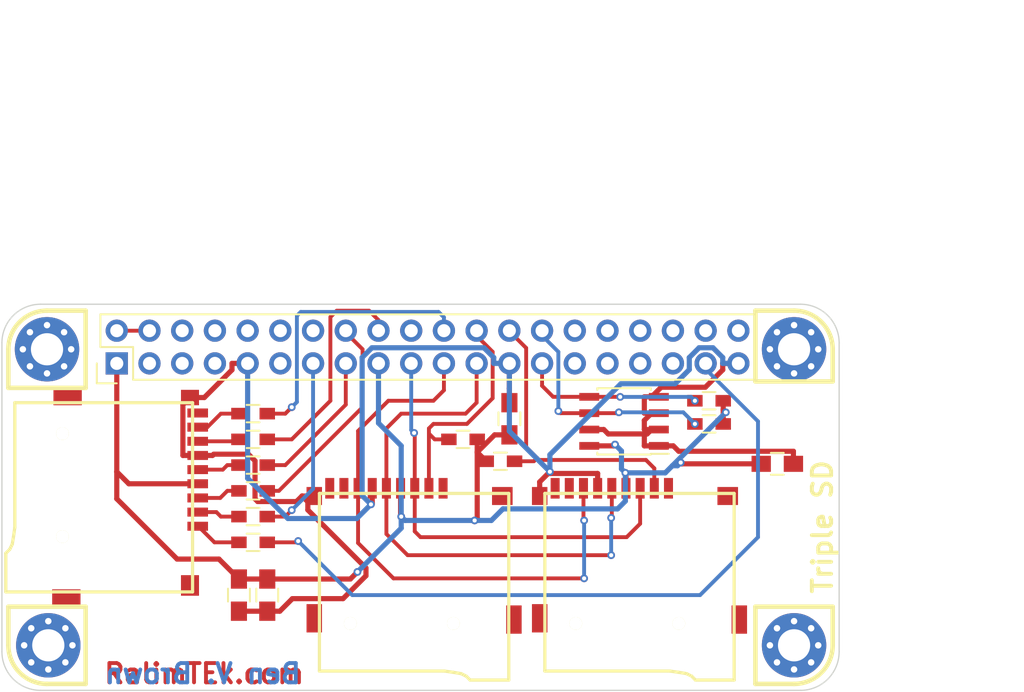
<source format=kicad_pcb>
(kicad_pcb (version 20171130) (host pcbnew "(5.1.12)-1")

  (general
    (thickness 1.6)
    (drawings 34)
    (tracks 274)
    (zones 0)
    (modules 23)
    (nets 23)
  )

  (page A4)
  (title_block
    (title "Raspberry Pi Hat Template")
    (date 2015-12-24)
    (rev 0.1)
    (company OpenFet)
    (comment 1 "Author: Julien")
    (comment 2 "License: CERN OHL V1.2")
  )

  (layers
    (0 F.Cu signal)
    (31 B.Cu signal)
    (32 B.Adhes user hide)
    (33 F.Adhes user hide)
    (34 B.Paste user)
    (35 F.Paste user)
    (36 B.SilkS user)
    (37 F.SilkS user)
    (38 B.Mask user)
    (39 F.Mask user)
    (40 Dwgs.User user)
    (41 Cmts.User user)
    (42 Eco1.User user)
    (43 Eco2.User user)
    (44 Edge.Cuts user)
    (45 Margin user)
    (46 B.CrtYd user)
    (47 F.CrtYd user)
    (48 B.Fab user)
    (49 F.Fab user)
  )

  (setup
    (last_trace_width 0.3)
    (user_trace_width 0.1)
    (user_trace_width 0.2)
    (user_trace_width 0.3)
    (user_trace_width 0.4)
    (user_trace_width 0.5)
    (user_trace_width 0.6)
    (user_trace_width 0.8)
    (user_trace_width 1)
    (trace_clearance 0.15)
    (zone_clearance 0.508)
    (zone_45_only yes)
    (trace_min 0.1)
    (via_size 0.6)
    (via_drill 0.32)
    (via_min_size 0.26)
    (via_min_drill 0.16)
    (user_via 0.6 0.32)
    (user_via 1.5 0.8)
    (uvia_size 0.508)
    (uvia_drill 0.127)
    (uvias_allowed no)
    (uvia_min_size 0.508)
    (uvia_min_drill 0.127)
    (edge_width 0.1)
    (segment_width 0.35)
    (pcb_text_width 0.3)
    (pcb_text_size 1.5 1.5)
    (mod_edge_width 0.15)
    (mod_text_size 1 1)
    (mod_text_width 0.15)
    (pad_size 1.2 1.2)
    (pad_drill 0.5)
    (pad_to_mask_clearance 0)
    (aux_axis_origin 0 0)
    (grid_origin 67.6 65.2)
    (visible_elements 7FFFFF7F)
    (pcbplotparams
      (layerselection 0x010f0_80000001)
      (usegerberextensions false)
      (usegerberattributes true)
      (usegerberadvancedattributes true)
      (creategerberjobfile true)
      (excludeedgelayer true)
      (linewidth 0.100000)
      (plotframeref false)
      (viasonmask false)
      (mode 1)
      (useauxorigin false)
      (hpglpennumber 1)
      (hpglpenspeed 20)
      (hpglpendiameter 15.000000)
      (psnegative false)
      (psa4output false)
      (plotreference true)
      (plotvalue true)
      (plotinvisibletext false)
      (padsonsilk false)
      (subtractmaskfromsilk false)
      (outputformat 1)
      (mirror false)
      (drillshape 0)
      (scaleselection 1)
      (outputdirectory "/home/mangokid/Desktop/hat_gerber/"))
  )

  (net 0 "")
  (net 1 GND)
  (net 2 VCC)
  (net 3 VDD)
  (net 4 "Net-(R102-Pad2)")
  (net 5 /MOSI)
  (net 6 /MISO)
  (net 7 /SCLK)
  (net 8 /CS0)
  (net 9 /CS1)
  (net 10 /DAT3)
  (net 11 /CLK)
  (net 12 /CMD)
  (net 13 /DAT0)
  (net 14 /DAT1)
  (net 15 /DAT2)
  (net 16 "Net-(R101-Pad2)")
  (net 17 "Net-(R103-Pad2)")
  (net 18 "Net-(R104-Pad2)")
  (net 19 "Net-(R107-Pad2)")
  (net 20 "Net-(R108-Pad2)")
  (net 21 /ID_SDA)
  (net 22 /ID_SCL)

  (net_class Default "This is the default net class."
    (clearance 0.15)
    (trace_width 0.3)
    (via_dia 0.6)
    (via_drill 0.32)
    (uvia_dia 0.508)
    (uvia_drill 0.127)
    (add_net /CLK)
    (add_net /CMD)
    (add_net /CS0)
    (add_net /CS1)
    (add_net /DAT0)
    (add_net /DAT1)
    (add_net /DAT2)
    (add_net /DAT3)
    (add_net /ID_SCL)
    (add_net /ID_SDA)
    (add_net /MISO)
    (add_net /MOSI)
    (add_net /SCLK)
    (add_net "Net-(R101-Pad2)")
    (add_net "Net-(R102-Pad2)")
    (add_net "Net-(R103-Pad2)")
    (add_net "Net-(R104-Pad2)")
    (add_net "Net-(R107-Pad2)")
    (add_net "Net-(R108-Pad2)")
    (add_net VCC)
  )

  (net_class Power ""
    (clearance 0.15)
    (trace_width 0.4)
    (via_dia 0.6)
    (via_drill 0.32)
    (uvia_dia 0.508)
    (uvia_drill 0.127)
    (add_net GND)
    (add_net VDD)
  )

  (module Pin_Headers:Pin_Header_Straight_2x20 locked (layer F.Cu) (tedit 58475DD8) (tstamp 5)
    (at 47.016 44.296 90)
    (descr "Through hole pin header")
    (tags "pin header")
    (path /5846B317)
    (fp_text reference J101 (at 0 -5.1 90) (layer F.SilkS) hide
      (effects (font (size 1 1) (thickness 0.15)))
    )
    (fp_text value RaspberryPi (at 0 -3.1 90) (layer F.Fab) hide
      (effects (font (size 1 1) (thickness 0.15)))
    )
    (fp_line (start -1.55 -1.55) (end -1.55 0) (layer F.SilkS) (width 0.15))
    (fp_line (start 1.27 1.27) (end -1.27 1.27) (layer F.SilkS) (width 0.15))
    (fp_line (start 1.27 -1.27) (end 1.27 1.27) (layer F.SilkS) (width 0.15))
    (fp_line (start 0 -1.55) (end -1.55 -1.55) (layer F.SilkS) (width 0.15))
    (fp_line (start 3.81 -1.27) (end 1.27 -1.27) (layer F.SilkS) (width 0.15))
    (fp_line (start 3.81 49.53) (end -1.27 49.53) (layer F.SilkS) (width 0.15))
    (fp_line (start -1.27 1.27) (end -1.27 49.53) (layer F.SilkS) (width 0.15))
    (fp_line (start 3.81 49.53) (end 3.81 -1.27) (layer F.SilkS) (width 0.15))
    (fp_line (start -1.75 50.05) (end 4.3 50.05) (layer F.CrtYd) (width 0.05))
    (fp_line (start -1.75 -1.75) (end 4.3 -1.75) (layer F.CrtYd) (width 0.05))
    (fp_line (start 4.3 -1.75) (end 4.3 50.05) (layer F.CrtYd) (width 0.05))
    (fp_line (start -1.75 -1.75) (end -1.75 50.05) (layer F.CrtYd) (width 0.05))
    (pad 1 thru_hole rect (at 0 0 90) (size 1.7272 1.7272) (drill 1.016) (layers *.Cu *.Mask)
      (net 3 VDD))
    (pad 2 thru_hole oval (at 2.54 0 90) (size 1.7272 1.7272) (drill 1.016) (layers *.Cu *.Mask)
      (net 2 VCC))
    (pad 3 thru_hole oval (at 0 2.54 90) (size 1.7272 1.7272) (drill 1.016) (layers *.Cu *.Mask))
    (pad 4 thru_hole oval (at 2.54 2.54 90) (size 1.7272 1.7272) (drill 1.016) (layers *.Cu *.Mask)
      (net 2 VCC))
    (pad 5 thru_hole oval (at 0 5.08 90) (size 1.7272 1.7272) (drill 1.016) (layers *.Cu *.Mask))
    (pad 6 thru_hole oval (at 2.54 5.08 90) (size 1.7272 1.7272) (drill 1.016) (layers *.Cu *.Mask))
    (pad 7 thru_hole oval (at 0 7.62 90) (size 1.7272 1.7272) (drill 1.016) (layers *.Cu *.Mask))
    (pad 8 thru_hole oval (at 2.54 7.62 90) (size 1.7272 1.7272) (drill 1.016) (layers *.Cu *.Mask))
    (pad 9 thru_hole oval (at 0 10.16 90) (size 1.7272 1.7272) (drill 1.016) (layers *.Cu *.Mask)
      (net 1 GND))
    (pad 10 thru_hole oval (at 2.54 10.16 90) (size 1.7272 1.7272) (drill 1.016) (layers *.Cu *.Mask))
    (pad 11 thru_hole oval (at 0 12.7 90) (size 1.7272 1.7272) (drill 1.016) (layers *.Cu *.Mask))
    (pad 12 thru_hole oval (at 2.54 12.7 90) (size 1.7272 1.7272) (drill 1.016) (layers *.Cu *.Mask))
    (pad 13 thru_hole oval (at 0 15.24 90) (size 1.7272 1.7272) (drill 1.016) (layers *.Cu *.Mask)
      (net 10 /DAT3))
    (pad 14 thru_hole oval (at 2.54 15.24 90) (size 1.7272 1.7272) (drill 1.016) (layers *.Cu *.Mask))
    (pad 15 thru_hole oval (at 0 17.78 90) (size 1.7272 1.7272) (drill 1.016) (layers *.Cu *.Mask)
      (net 11 /CLK))
    (pad 16 thru_hole oval (at 2.54 17.78 90) (size 1.7272 1.7272) (drill 1.016) (layers *.Cu *.Mask)
      (net 12 /CMD))
    (pad 17 thru_hole oval (at 0 20.32 90) (size 1.7272 1.7272) (drill 1.016) (layers *.Cu *.Mask)
      (net 3 VDD))
    (pad 18 thru_hole oval (at 2.54 20.32 90) (size 1.7272 1.7272) (drill 1.016) (layers *.Cu *.Mask)
      (net 13 /DAT0))
    (pad 19 thru_hole oval (at 0 22.86 90) (size 1.7272 1.7272) (drill 1.016) (layers *.Cu *.Mask)
      (net 5 /MOSI))
    (pad 20 thru_hole oval (at 2.54 22.86 90) (size 1.7272 1.7272) (drill 1.016) (layers *.Cu *.Mask))
    (pad 21 thru_hole oval (at 0 25.4 90) (size 1.7272 1.7272) (drill 1.016) (layers *.Cu *.Mask)
      (net 6 /MISO))
    (pad 22 thru_hole oval (at 2.54 25.4 90) (size 1.7272 1.7272) (drill 1.016) (layers *.Cu *.Mask)
      (net 14 /DAT1))
    (pad 23 thru_hole oval (at 0 27.94 90) (size 1.7272 1.7272) (drill 1.016) (layers *.Cu *.Mask)
      (net 7 /SCLK))
    (pad 24 thru_hole oval (at 2.54 27.94 90) (size 1.7272 1.7272) (drill 1.016) (layers *.Cu *.Mask)
      (net 8 /CS0))
    (pad 25 thru_hole oval (at 0 30.48 90) (size 1.7272 1.7272) (drill 1.016) (layers *.Cu *.Mask)
      (net 1 GND))
    (pad 26 thru_hole oval (at 2.54 30.48 90) (size 1.7272 1.7272) (drill 1.016) (layers *.Cu *.Mask)
      (net 9 /CS1))
    (pad 27 thru_hole oval (at 0 33.02 90) (size 1.7272 1.7272) (drill 1.016) (layers *.Cu *.Mask)
      (net 21 /ID_SDA))
    (pad 28 thru_hole oval (at 2.54 33.02 90) (size 1.7272 1.7272) (drill 1.016) (layers *.Cu *.Mask)
      (net 22 /ID_SCL))
    (pad 29 thru_hole oval (at 0 35.56 90) (size 1.7272 1.7272) (drill 1.016) (layers *.Cu *.Mask))
    (pad 30 thru_hole oval (at 2.54 35.56 90) (size 1.7272 1.7272) (drill 1.016) (layers *.Cu *.Mask))
    (pad 31 thru_hole oval (at 0 38.1 90) (size 1.7272 1.7272) (drill 1.016) (layers *.Cu *.Mask))
    (pad 32 thru_hole oval (at 2.54 38.1 90) (size 1.7272 1.7272) (drill 1.016) (layers *.Cu *.Mask))
    (pad 33 thru_hole oval (at 0 40.64 90) (size 1.7272 1.7272) (drill 1.016) (layers *.Cu *.Mask))
    (pad 34 thru_hole oval (at 2.54 40.64 90) (size 1.7272 1.7272) (drill 1.016) (layers *.Cu *.Mask))
    (pad 35 thru_hole oval (at 0 43.18 90) (size 1.7272 1.7272) (drill 1.016) (layers *.Cu *.Mask))
    (pad 36 thru_hole oval (at 2.54 43.18 90) (size 1.7272 1.7272) (drill 1.016) (layers *.Cu *.Mask))
    (pad 37 thru_hole oval (at 0 45.72 90) (size 1.7272 1.7272) (drill 1.016) (layers *.Cu *.Mask)
      (net 15 /DAT2))
    (pad 38 thru_hole oval (at 2.54 45.72 90) (size 1.7272 1.7272) (drill 1.016) (layers *.Cu *.Mask))
    (pad 39 thru_hole oval (at 0 48.26 90) (size 1.7272 1.7272) (drill 1.016) (layers *.Cu *.Mask)
      (net 1 GND))
    (pad 40 thru_hole oval (at 2.54 48.26 90) (size 1.7272 1.7272) (drill 1.016) (layers *.Cu *.Mask))
    (model Pin_Headers.3dshapes/Pin_Header_Straight_2x20.wrl
      (offset (xyz 1.269999980926514 -24.12999963760376 0))
      (scale (xyz 1 1 1))
      (rotate (xyz 0 0 90))
    )
  )

  (module Housings_SOIC:SOIC-8_3.9x4.9mm_Pitch1.27mm (layer F.Cu) (tedit 58496006) (tstamp 58475EA2)
    (at 86.4 48.8 180)
    (descr "8-Lead Plastic Small Outline (SN) - Narrow, 3.90 mm Body [SOIC] (see Microchip Packaging Specification 00000049BS.pdf)")
    (tags "SOIC 1.27")
    (path /5846B29A)
    (attr smd)
    (fp_text reference U102 (at 0 -3.5 180) (layer F.SilkS) hide
      (effects (font (size 1 1) (thickness 0.15)))
    )
    (fp_text value 24C16 (at 0 3.5 180) (layer F.Fab) hide
      (effects (font (size 1 1) (thickness 0.15)))
    )
    (fp_line (start -2.075 -2.525) (end -3.475 -2.525) (layer F.SilkS) (width 0.15))
    (fp_line (start -2.075 2.575) (end 2.075 2.575) (layer F.SilkS) (width 0.15))
    (fp_line (start -2.075 -2.575) (end 2.075 -2.575) (layer F.SilkS) (width 0.15))
    (fp_line (start -2.075 2.575) (end -2.075 2.43) (layer F.SilkS) (width 0.15))
    (fp_line (start 2.075 2.575) (end 2.075 2.43) (layer F.SilkS) (width 0.15))
    (fp_line (start 2.075 -2.575) (end 2.075 -2.43) (layer F.SilkS) (width 0.15))
    (fp_line (start -2.075 -2.575) (end -2.075 -2.525) (layer F.SilkS) (width 0.15))
    (fp_line (start -3.75 2.75) (end 3.75 2.75) (layer F.CrtYd) (width 0.05))
    (fp_line (start -3.75 -2.75) (end 3.75 -2.75) (layer F.CrtYd) (width 0.05))
    (fp_line (start 3.75 -2.75) (end 3.75 2.75) (layer F.CrtYd) (width 0.05))
    (fp_line (start -3.75 -2.75) (end -3.75 2.75) (layer F.CrtYd) (width 0.05))
    (fp_line (start -1.95 -1.45) (end -0.95 -2.45) (layer F.Fab) (width 0.15))
    (fp_line (start -1.95 2.45) (end -1.95 -1.45) (layer F.Fab) (width 0.15))
    (fp_line (start 1.95 2.45) (end -1.95 2.45) (layer F.Fab) (width 0.15))
    (fp_line (start 1.95 -2.45) (end 1.95 2.45) (layer F.Fab) (width 0.15))
    (fp_line (start -0.95 -2.45) (end 1.95 -2.45) (layer F.Fab) (width 0.15))
    (pad 1 smd rect (at -2.7 -1.905 180) (size 1.55 0.6) (layers F.Cu F.Paste F.Mask)
      (net 1 GND))
    (pad 2 smd rect (at -2.7 -0.635 180) (size 1.55 0.6) (layers F.Cu F.Paste F.Mask)
      (net 1 GND))
    (pad 3 smd rect (at -2.7 0.635 180) (size 1.55 0.6) (layers F.Cu F.Paste F.Mask)
      (net 1 GND))
    (pad 4 smd rect (at -2.7 1.905 180) (size 1.55 0.6) (layers F.Cu F.Paste F.Mask)
      (net 1 GND))
    (pad 5 smd rect (at 2.7 1.905 180) (size 1.55 0.6) (layers F.Cu F.Paste F.Mask)
      (net 21 /ID_SDA))
    (pad 6 smd rect (at 2.7 0.635 180) (size 1.55 0.6) (layers F.Cu F.Paste F.Mask)
      (net 22 /ID_SCL))
    (pad 7 smd rect (at 2.7 -0.635 180) (size 1.55 0.6) (layers F.Cu F.Paste F.Mask)
      (net 1 GND))
    (pad 8 smd rect (at 2.7 -1.905 180) (size 1.55 0.6) (layers F.Cu F.Paste F.Mask)
      (net 3 VDD))
    (model Housings_SOIC.3dshapes/SOIC-8_3.9x4.9mm_Pitch1.27mm.wrl
      (at (xyz 0 0 0))
      (scale (xyz 1 1 1))
      (rotate (xyz 0 0 0))
    )
  )

  (module Capacitors_SMD:C_0805_HandSoldering (layer F.Cu) (tedit 58496457) (tstamp 58496367)
    (at 98.3 52.1)
    (descr "Capacitor SMD 0805, hand soldering")
    (tags "capacitor 0805")
    (path /58497D98)
    (attr smd)
    (fp_text reference C111 (at 0 -2.1) (layer F.SilkS) hide
      (effects (font (size 1 1) (thickness 0.15)))
    )
    (fp_text value 0.1u (at 0 2.1) (layer F.Fab) hide
      (effects (font (size 1 1) (thickness 0.15)))
    )
    (fp_line (start -0.5 0.85) (end 0.5 0.85) (layer F.SilkS) (width 0.15))
    (fp_line (start 0.5 -0.85) (end -0.5 -0.85) (layer F.SilkS) (width 0.15))
    (fp_line (start 2.3 -1) (end 2.3 1) (layer F.CrtYd) (width 0.05))
    (fp_line (start -2.3 -1) (end -2.3 1) (layer F.CrtYd) (width 0.05))
    (fp_line (start -2.3 1) (end 2.3 1) (layer F.CrtYd) (width 0.05))
    (fp_line (start -2.3 -1) (end 2.3 -1) (layer F.CrtYd) (width 0.05))
    (fp_line (start -1 -0.625) (end 1 -0.625) (layer F.Fab) (width 0.15))
    (fp_line (start 1 -0.625) (end 1 0.625) (layer F.Fab) (width 0.15))
    (fp_line (start 1 0.625) (end -1 0.625) (layer F.Fab) (width 0.15))
    (fp_line (start -1 0.625) (end -1 -0.625) (layer F.Fab) (width 0.15))
    (pad 1 smd rect (at -1.25 0) (size 1.5 1.25) (layers F.Cu F.Paste F.Mask)
      (net 3 VDD))
    (pad 2 smd rect (at 1.25 0) (size 1.5 1.25) (layers F.Cu F.Paste F.Mask)
      (net 1 GND))
    (model Capacitors_SMD.3dshapes/C_0805_HandSoldering.wrl
      (at (xyz 0 0 0))
      (scale (xyz 1 1 1))
      (rotate (xyz 0 0 0))
    )
  )

  (module Capacitors_SMD:C_0805_HandSoldering (layer F.Cu) (tedit 58496440) (tstamp 5849636D)
    (at 58.7 62.3 270)
    (descr "Capacitor SMD 0805, hand soldering")
    (tags "capacitor 0805")
    (path /58497FC2)
    (attr smd)
    (fp_text reference C112 (at 0 -2.1 270) (layer F.SilkS) hide
      (effects (font (size 1 1) (thickness 0.15)))
    )
    (fp_text value 0.1u (at 0 2.1 270) (layer F.Fab) hide
      (effects (font (size 1 1) (thickness 0.15)))
    )
    (fp_line (start -0.5 0.85) (end 0.5 0.85) (layer F.SilkS) (width 0.15))
    (fp_line (start 0.5 -0.85) (end -0.5 -0.85) (layer F.SilkS) (width 0.15))
    (fp_line (start 2.3 -1) (end 2.3 1) (layer F.CrtYd) (width 0.05))
    (fp_line (start -2.3 -1) (end -2.3 1) (layer F.CrtYd) (width 0.05))
    (fp_line (start -2.3 1) (end 2.3 1) (layer F.CrtYd) (width 0.05))
    (fp_line (start -2.3 -1) (end 2.3 -1) (layer F.CrtYd) (width 0.05))
    (fp_line (start -1 -0.625) (end 1 -0.625) (layer F.Fab) (width 0.15))
    (fp_line (start 1 -0.625) (end 1 0.625) (layer F.Fab) (width 0.15))
    (fp_line (start 1 0.625) (end -1 0.625) (layer F.Fab) (width 0.15))
    (fp_line (start -1 0.625) (end -1 -0.625) (layer F.Fab) (width 0.15))
    (pad 1 smd rect (at -1.25 0 270) (size 1.5 1.25) (layers F.Cu F.Paste F.Mask)
      (net 3 VDD))
    (pad 2 smd rect (at 1.25 0 270) (size 1.5 1.25) (layers F.Cu F.Paste F.Mask)
      (net 1 GND))
    (model Capacitors_SMD.3dshapes/C_0805_HandSoldering.wrl
      (at (xyz 0 0 0))
      (scale (xyz 1 1 1))
      (rotate (xyz 0 0 0))
    )
  )

  (module Capacitors_SMD:C_0805_HandSoldering (layer F.Cu) (tedit 5849645A) (tstamp 58496373)
    (at 56.5 62.3 270)
    (descr "Capacitor SMD 0805, hand soldering")
    (tags "capacitor 0805")
    (path /58498030)
    (attr smd)
    (fp_text reference C113 (at 0 -2.1 270) (layer F.SilkS) hide
      (effects (font (size 1 1) (thickness 0.15)))
    )
    (fp_text value 0.1u (at 0 2.1 270) (layer F.Fab) hide
      (effects (font (size 1 1) (thickness 0.15)))
    )
    (fp_line (start -0.5 0.85) (end 0.5 0.85) (layer F.SilkS) (width 0.15))
    (fp_line (start 0.5 -0.85) (end -0.5 -0.85) (layer F.SilkS) (width 0.15))
    (fp_line (start 2.3 -1) (end 2.3 1) (layer F.CrtYd) (width 0.05))
    (fp_line (start -2.3 -1) (end -2.3 1) (layer F.CrtYd) (width 0.05))
    (fp_line (start -2.3 1) (end 2.3 1) (layer F.CrtYd) (width 0.05))
    (fp_line (start -2.3 -1) (end 2.3 -1) (layer F.CrtYd) (width 0.05))
    (fp_line (start -1 -0.625) (end 1 -0.625) (layer F.Fab) (width 0.15))
    (fp_line (start 1 -0.625) (end 1 0.625) (layer F.Fab) (width 0.15))
    (fp_line (start 1 0.625) (end -1 0.625) (layer F.Fab) (width 0.15))
    (fp_line (start -1 0.625) (end -1 -0.625) (layer F.Fab) (width 0.15))
    (pad 1 smd rect (at -1.25 0 270) (size 1.5 1.25) (layers F.Cu F.Paste F.Mask)
      (net 3 VDD))
    (pad 2 smd rect (at 1.25 0 270) (size 1.5 1.25) (layers F.Cu F.Paste F.Mask)
      (net 1 GND))
    (model Capacitors_SMD.3dshapes/C_0805_HandSoldering.wrl
      (at (xyz 0 0 0))
      (scale (xyz 1 1 1))
      (rotate (xyz 0 0 0))
    )
  )

  (module libs:GCT-MEM2055-00-190-01-A (layer F.Cu) (tedit 584BA159) (tstamp 584BA14F)
    (at 70.1 53.2 180)
    (descr http://www.farnell.com/datasheets/1917242.pdf)
    (tags "MicroSD card socket")
    (path /584BB51A)
    (fp_text reference U101 (at 0 -8.1 180) (layer F.SilkS) hide
      (effects (font (size 1 1) (thickness 0.15)))
    )
    (fp_text value MicroSD_SPI_CD (at 0 -16.9 180) (layer F.Fab) hide
      (effects (font (size 1 1) (thickness 0.15)))
    )
    (fp_line (start 7.35 -1.2) (end 7.35 -15) (layer F.SilkS) (width 0.25))
    (fp_line (start 7.35 -1.2) (end -7.35 -1.2) (layer F.SilkS) (width 0.25))
    (fp_line (start -7.35 -15.7) (end -7.35 -1.2) (layer F.SilkS) (width 0.25))
    (fp_line (start -4.35 -15.7) (end -7.35 -15.7) (layer F.SilkS) (width 0.25))
    (fp_line (start -4.05 -15.4) (end -4.35 -15.7) (layer F.SilkS) (width 0.25))
    (fp_line (start -3.65 -15.2) (end -4.05 -15.4) (layer F.SilkS) (width 0.25))
    (fp_line (start -3.05 -15.1) (end -3.65 -15.2) (layer F.SilkS) (width 0.25))
    (fp_line (start -2.35 -15) (end -3.05 -15.1) (layer F.SilkS) (width 0.25))
    (fp_line (start 7.35 -15) (end -2.35 -15) (layer F.SilkS) (width 0.25))
    (fp_line (start -8.6 -12.35) (end -8.6 -9.65) (layer F.CrtYd) (width 0.05))
    (fp_line (start -7.6 -15.95) (end 7.6 -15.95) (layer F.CrtYd) (width 0.05))
    (fp_line (start 8.6 -12.25) (end 8.6 -9.55) (layer F.CrtYd) (width 0.05))
    (fp_line (start -7.9 0.25) (end 8.6 0.25) (layer F.CrtYd) (width 0.05))
    (fp_line (start -7.6 -9.65) (end -7.6 -2.35) (layer F.CrtYd) (width 0.05))
    (fp_line (start -8.6 -9.65) (end -7.6 -9.65) (layer F.CrtYd) (width 0.05))
    (fp_line (start 7.6 -12.25) (end 8.6 -12.25) (layer F.CrtYd) (width 0.05))
    (fp_line (start 7.6 -15.95) (end 7.6 -12.25) (layer F.CrtYd) (width 0.05))
    (fp_line (start -7.6 -12.35) (end -7.6 -15.95) (layer F.CrtYd) (width 0.05))
    (fp_line (start -8.6 -12.35) (end -7.6 -12.35) (layer F.CrtYd) (width 0.05))
    (fp_line (start 7.6 -9.55) (end 8.6 -9.55) (layer F.CrtYd) (width 0.05))
    (fp_line (start 7.6 -9.55) (end 7.6 -2.35) (layer F.CrtYd) (width 0.05))
    (fp_line (start 7.6 -2.35) (end 8.6 -2.35) (layer F.CrtYd) (width 0.05))
    (fp_line (start 8.6 -2.35) (end 8.6 0.25) (layer F.CrtYd) (width 0.05))
    (fp_line (start -7.9 -2.35) (end -7.9 0.25) (layer F.CrtYd) (width 0.05))
    (fp_line (start -7.6 -2.35) (end -7.9 -2.35) (layer F.CrtYd) (width 0.05))
    (pad 8 smd rect (at 5.45 -0.8 180) (size 0.7 1.6) (layers F.Cu F.Paste F.Mask))
    (pad 7 smd rect (at 4.35 -0.8 180) (size 0.7 1.6) (layers F.Cu F.Paste F.Mask)
      (net 6 /MISO))
    (pad 6 smd rect (at 3.25 -0.8 180) (size 0.7 1.6) (layers F.Cu F.Paste F.Mask)
      (net 1 GND))
    (pad 5 smd rect (at 2.15 -0.8 180) (size 0.7 1.6) (layers F.Cu F.Paste F.Mask)
      (net 7 /SCLK))
    (pad 4 smd rect (at 1.05 -0.8 180) (size 0.7 1.6) (layers F.Cu F.Paste F.Mask)
      (net 3 VDD))
    (pad 3 smd rect (at -0.05 -0.8 180) (size 0.7 1.6) (layers F.Cu F.Paste F.Mask)
      (net 5 /MOSI))
    (pad 2 smd rect (at -1.15 -0.8 180) (size 0.7 1.6) (layers F.Cu F.Paste F.Mask)
      (net 8 /CS0))
    (pad 1 smd rect (at -2.25 -0.8 180) (size 0.7 1.6) (layers F.Cu F.Paste F.Mask))
    (pad 10 smd rect (at 7.75 -1.4 180) (size 1.2 1.4) (layers F.Cu F.Paste F.Mask)
      (net 1 GND))
    (pad "" smd rect (at -6.85 -1.4 180) (size 1.6 1.4) (layers F.Cu F.Paste F.Mask))
    (pad ~ smd rect (at -7.75 -11) (size 1.2 2.2) (layers F.Cu F.Paste F.Mask))
    (pad "" smd rect (at 7.75 -10.9) (size 1.2 2.2) (layers F.Cu F.Paste F.Mask))
    (pad 9 smd rect (at 6.55 -0.8 180) (size 0.7 1.6) (layers F.Cu F.Paste F.Mask))
    (pad "" np_thru_hole circle (at 4.95 -11.3) (size 1 1) (drill 1) (layers *.Cu *.Mask F.SilkS))
    (pad "" np_thru_hole circle (at -3.05 -11.3) (size 1 1) (drill 1) (layers *.Cu *.Mask F.SilkS))
    (model ../../../../../../Users/Ralim/Documents/GitHub/PiPlay/Electronics/libs/GCT-MEM2055-00-190-01-A.wrl
      (at (xyz 0 0 0))
      (scale (xyz 1 1 1))
      (rotate (xyz 0 0 0))
    )
  )

  (module libs:GCT-MEM2055-00-190-01-A (layer F.Cu) (tedit 584BA156) (tstamp 584BA162)
    (at 87.6 53.2 180)
    (descr http://www.farnell.com/datasheets/1917242.pdf)
    (tags "MicroSD card socket")
    (path /584BB659)
    (fp_text reference U103 (at 0 -8.1 180) (layer F.SilkS) hide
      (effects (font (size 1 1) (thickness 0.15)))
    )
    (fp_text value MicroSD_SPI_CD (at 0 -16.9 180) (layer F.Fab) hide
      (effects (font (size 1 1) (thickness 0.15)))
    )
    (fp_line (start 7.35 -1.2) (end 7.35 -15) (layer F.SilkS) (width 0.25))
    (fp_line (start 7.35 -1.2) (end -7.35 -1.2) (layer F.SilkS) (width 0.25))
    (fp_line (start -7.35 -15.7) (end -7.35 -1.2) (layer F.SilkS) (width 0.25))
    (fp_line (start -4.35 -15.7) (end -7.35 -15.7) (layer F.SilkS) (width 0.25))
    (fp_line (start -4.05 -15.4) (end -4.35 -15.7) (layer F.SilkS) (width 0.25))
    (fp_line (start -3.65 -15.2) (end -4.05 -15.4) (layer F.SilkS) (width 0.25))
    (fp_line (start -3.05 -15.1) (end -3.65 -15.2) (layer F.SilkS) (width 0.25))
    (fp_line (start -2.35 -15) (end -3.05 -15.1) (layer F.SilkS) (width 0.25))
    (fp_line (start 7.35 -15) (end -2.35 -15) (layer F.SilkS) (width 0.25))
    (fp_line (start -8.6 -12.35) (end -8.6 -9.65) (layer F.CrtYd) (width 0.05))
    (fp_line (start -7.6 -15.95) (end 7.6 -15.95) (layer F.CrtYd) (width 0.05))
    (fp_line (start 8.6 -12.25) (end 8.6 -9.55) (layer F.CrtYd) (width 0.05))
    (fp_line (start -7.9 0.25) (end 8.6 0.25) (layer F.CrtYd) (width 0.05))
    (fp_line (start -7.6 -9.65) (end -7.6 -2.35) (layer F.CrtYd) (width 0.05))
    (fp_line (start -8.6 -9.65) (end -7.6 -9.65) (layer F.CrtYd) (width 0.05))
    (fp_line (start 7.6 -12.25) (end 8.6 -12.25) (layer F.CrtYd) (width 0.05))
    (fp_line (start 7.6 -15.95) (end 7.6 -12.25) (layer F.CrtYd) (width 0.05))
    (fp_line (start -7.6 -12.35) (end -7.6 -15.95) (layer F.CrtYd) (width 0.05))
    (fp_line (start -8.6 -12.35) (end -7.6 -12.35) (layer F.CrtYd) (width 0.05))
    (fp_line (start 7.6 -9.55) (end 8.6 -9.55) (layer F.CrtYd) (width 0.05))
    (fp_line (start 7.6 -9.55) (end 7.6 -2.35) (layer F.CrtYd) (width 0.05))
    (fp_line (start 7.6 -2.35) (end 8.6 -2.35) (layer F.CrtYd) (width 0.05))
    (fp_line (start 8.6 -2.35) (end 8.6 0.25) (layer F.CrtYd) (width 0.05))
    (fp_line (start -7.9 -2.35) (end -7.9 0.25) (layer F.CrtYd) (width 0.05))
    (fp_line (start -7.6 -2.35) (end -7.9 -2.35) (layer F.CrtYd) (width 0.05))
    (pad 8 smd rect (at 5.45 -0.8 180) (size 0.7 1.6) (layers F.Cu F.Paste F.Mask))
    (pad 7 smd rect (at 4.35 -0.8 180) (size 0.7 1.6) (layers F.Cu F.Paste F.Mask)
      (net 6 /MISO))
    (pad 6 smd rect (at 3.25 -0.8 180) (size 0.7 1.6) (layers F.Cu F.Paste F.Mask)
      (net 1 GND))
    (pad 5 smd rect (at 2.15 -0.8 180) (size 0.7 1.6) (layers F.Cu F.Paste F.Mask)
      (net 7 /SCLK))
    (pad 4 smd rect (at 1.05 -0.8 180) (size 0.7 1.6) (layers F.Cu F.Paste F.Mask)
      (net 3 VDD))
    (pad 3 smd rect (at -0.05 -0.8 180) (size 0.7 1.6) (layers F.Cu F.Paste F.Mask)
      (net 5 /MOSI))
    (pad 2 smd rect (at -1.15 -0.8 180) (size 0.7 1.6) (layers F.Cu F.Paste F.Mask)
      (net 9 /CS1))
    (pad 1 smd rect (at -2.25 -0.8 180) (size 0.7 1.6) (layers F.Cu F.Paste F.Mask))
    (pad 10 smd rect (at 7.75 -1.4 180) (size 1.2 1.4) (layers F.Cu F.Paste F.Mask)
      (net 1 GND))
    (pad "" smd rect (at -6.85 -1.4 180) (size 1.6 1.4) (layers F.Cu F.Paste F.Mask))
    (pad ~ smd rect (at -7.75 -11) (size 1.2 2.2) (layers F.Cu F.Paste F.Mask))
    (pad "" smd rect (at 7.75 -10.9) (size 1.2 2.2) (layers F.Cu F.Paste F.Mask))
    (pad 9 smd rect (at 6.55 -0.8 180) (size 0.7 1.6) (layers F.Cu F.Paste F.Mask))
    (pad "" np_thru_hole circle (at 4.95 -11.3) (size 1 1) (drill 1) (layers *.Cu *.Mask F.SilkS))
    (pad "" np_thru_hole circle (at -3.05 -11.3) (size 1 1) (drill 1) (layers *.Cu *.Mask F.SilkS))
    (model C:/Users/Ralim/Documents/GitHub/PiPlay/Electronics/libs/GCT-MEM2055-00-190-01-A.wrl
      (at (xyz 0 0 0))
      (scale (xyz 1 1 1))
      (rotate (xyz 0 0 0))
    )
  )

  (module Resistors_SMD:R_0603_HandSoldering (layer F.Cu) (tedit 584BA5BA) (tstamp 584BA576)
    (at 57.6 54.2 180)
    (descr "Resistor SMD 0603, hand soldering")
    (tags "resistor 0603")
    (path /584BD1D1)
    (attr smd)
    (fp_text reference R101 (at 0 -1.9 180) (layer F.SilkS) hide
      (effects (font (size 1 1) (thickness 0.15)))
    )
    (fp_text value 33 (at 0 1.9 180) (layer F.Fab) hide
      (effects (font (size 1 1) (thickness 0.15)))
    )
    (fp_line (start -0.5 -0.675) (end 0.5 -0.675) (layer F.SilkS) (width 0.15))
    (fp_line (start 0.5 0.675) (end -0.5 0.675) (layer F.SilkS) (width 0.15))
    (fp_line (start 2 -0.8) (end 2 0.8) (layer F.CrtYd) (width 0.05))
    (fp_line (start -2 -0.8) (end -2 0.8) (layer F.CrtYd) (width 0.05))
    (fp_line (start -2 0.8) (end 2 0.8) (layer F.CrtYd) (width 0.05))
    (fp_line (start -2 -0.8) (end 2 -0.8) (layer F.CrtYd) (width 0.05))
    (fp_line (start -0.8 -0.4) (end 0.8 -0.4) (layer F.Fab) (width 0.1))
    (fp_line (start 0.8 -0.4) (end 0.8 0.4) (layer F.Fab) (width 0.1))
    (fp_line (start 0.8 0.4) (end -0.8 0.4) (layer F.Fab) (width 0.1))
    (fp_line (start -0.8 0.4) (end -0.8 -0.4) (layer F.Fab) (width 0.1))
    (pad 1 smd rect (at -1.1 0 180) (size 1.2 0.9) (layers F.Cu F.Paste F.Mask)
      (net 12 /CMD))
    (pad 2 smd rect (at 1.1 0 180) (size 1.2 0.9) (layers F.Cu F.Paste F.Mask)
      (net 16 "Net-(R101-Pad2)"))
    (model Resistors_SMD.3dshapes/R_0603_HandSoldering.wrl
      (at (xyz 0 0 0))
      (scale (xyz 1 1 1))
      (rotate (xyz 0 0 0))
    )
  )

  (module Resistors_SMD:R_0603_HandSoldering (layer F.Cu) (tedit 584BA5A6) (tstamp 584BA57C)
    (at 57.6 52.2 180)
    (descr "Resistor SMD 0603, hand soldering")
    (tags "resistor 0603")
    (path /584BD20A)
    (attr smd)
    (fp_text reference R102 (at 0 -1.9 180) (layer F.SilkS) hide
      (effects (font (size 1 1) (thickness 0.15)))
    )
    (fp_text value 33 (at 3.5 2.5 180) (layer F.Fab) hide
      (effects (font (size 1 1) (thickness 0.15)))
    )
    (fp_line (start -0.5 -0.675) (end 0.5 -0.675) (layer F.SilkS) (width 0.15))
    (fp_line (start 0.5 0.675) (end -0.5 0.675) (layer F.SilkS) (width 0.15))
    (fp_line (start 2 -0.8) (end 2 0.8) (layer F.CrtYd) (width 0.05))
    (fp_line (start -2 -0.8) (end -2 0.8) (layer F.CrtYd) (width 0.05))
    (fp_line (start -2 0.8) (end 2 0.8) (layer F.CrtYd) (width 0.05))
    (fp_line (start -2 -0.8) (end 2 -0.8) (layer F.CrtYd) (width 0.05))
    (fp_line (start -0.8 -0.4) (end 0.8 -0.4) (layer F.Fab) (width 0.1))
    (fp_line (start 0.8 -0.4) (end 0.8 0.4) (layer F.Fab) (width 0.1))
    (fp_line (start 0.8 0.4) (end -0.8 0.4) (layer F.Fab) (width 0.1))
    (fp_line (start -0.8 0.4) (end -0.8 -0.4) (layer F.Fab) (width 0.1))
    (pad 1 smd rect (at -1.1 0 180) (size 1.2 0.9) (layers F.Cu F.Paste F.Mask)
      (net 11 /CLK))
    (pad 2 smd rect (at 1.1 0 180) (size 1.2 0.9) (layers F.Cu F.Paste F.Mask)
      (net 4 "Net-(R102-Pad2)"))
    (model Resistors_SMD.3dshapes/R_0603_HandSoldering.wrl
      (at (xyz 0 0 0))
      (scale (xyz 1 1 1))
      (rotate (xyz 0 0 0))
    )
  )

  (module Resistors_SMD:R_0603_HandSoldering (layer F.Cu) (tedit 584BA5D0) (tstamp 584BA582)
    (at 57.6 50.2 180)
    (descr "Resistor SMD 0603, hand soldering")
    (tags "resistor 0603")
    (path /584BD244)
    (attr smd)
    (fp_text reference R103 (at 0 -1.9 180) (layer F.SilkS) hide
      (effects (font (size 1 1) (thickness 0.15)))
    )
    (fp_text value 33 (at -4.5 0.5 180) (layer F.Fab) hide
      (effects (font (size 1 1) (thickness 0.15)))
    )
    (fp_line (start -0.5 -0.675) (end 0.5 -0.675) (layer F.SilkS) (width 0.15))
    (fp_line (start 0.5 0.675) (end -0.5 0.675) (layer F.SilkS) (width 0.15))
    (fp_line (start 2 -0.8) (end 2 0.8) (layer F.CrtYd) (width 0.05))
    (fp_line (start -2 -0.8) (end -2 0.8) (layer F.CrtYd) (width 0.05))
    (fp_line (start -2 0.8) (end 2 0.8) (layer F.CrtYd) (width 0.05))
    (fp_line (start -2 -0.8) (end 2 -0.8) (layer F.CrtYd) (width 0.05))
    (fp_line (start -0.8 -0.4) (end 0.8 -0.4) (layer F.Fab) (width 0.1))
    (fp_line (start 0.8 -0.4) (end 0.8 0.4) (layer F.Fab) (width 0.1))
    (fp_line (start 0.8 0.4) (end -0.8 0.4) (layer F.Fab) (width 0.1))
    (fp_line (start -0.8 0.4) (end -0.8 -0.4) (layer F.Fab) (width 0.1))
    (pad 1 smd rect (at -1.1 0 180) (size 1.2 0.9) (layers F.Cu F.Paste F.Mask)
      (net 13 /DAT0))
    (pad 2 smd rect (at 1.1 0 180) (size 1.2 0.9) (layers F.Cu F.Paste F.Mask)
      (net 17 "Net-(R103-Pad2)"))
    (model Resistors_SMD.3dshapes/R_0603_HandSoldering.wrl
      (at (xyz 0 0 0))
      (scale (xyz 1 1 1))
      (rotate (xyz 0 0 0))
    )
  )

  (module Resistors_SMD:R_0603_HandSoldering (layer F.Cu) (tedit 584BA5A9) (tstamp 584BA588)
    (at 57.6 48.2 180)
    (descr "Resistor SMD 0603, hand soldering")
    (tags "resistor 0603")
    (path /584BD281)
    (attr smd)
    (fp_text reference R104 (at 0 -1.9 180) (layer F.SilkS) hide
      (effects (font (size 1 1) (thickness 0.15)))
    )
    (fp_text value 33 (at 0 1.9 180) (layer F.Fab) hide
      (effects (font (size 1 1) (thickness 0.15)))
    )
    (fp_line (start -0.5 -0.675) (end 0.5 -0.675) (layer F.SilkS) (width 0.15))
    (fp_line (start 0.5 0.675) (end -0.5 0.675) (layer F.SilkS) (width 0.15))
    (fp_line (start 2 -0.8) (end 2 0.8) (layer F.CrtYd) (width 0.05))
    (fp_line (start -2 -0.8) (end -2 0.8) (layer F.CrtYd) (width 0.05))
    (fp_line (start -2 0.8) (end 2 0.8) (layer F.CrtYd) (width 0.05))
    (fp_line (start -2 -0.8) (end 2 -0.8) (layer F.CrtYd) (width 0.05))
    (fp_line (start -0.8 -0.4) (end 0.8 -0.4) (layer F.Fab) (width 0.1))
    (fp_line (start 0.8 -0.4) (end 0.8 0.4) (layer F.Fab) (width 0.1))
    (fp_line (start 0.8 0.4) (end -0.8 0.4) (layer F.Fab) (width 0.1))
    (fp_line (start -0.8 0.4) (end -0.8 -0.4) (layer F.Fab) (width 0.1))
    (pad 1 smd rect (at -1.1 0 180) (size 1.2 0.9) (layers F.Cu F.Paste F.Mask)
      (net 14 /DAT1))
    (pad 2 smd rect (at 1.1 0 180) (size 1.2 0.9) (layers F.Cu F.Paste F.Mask)
      (net 18 "Net-(R104-Pad2)"))
    (model Resistors_SMD.3dshapes/R_0603_HandSoldering.wrl
      (at (xyz 0 0 0))
      (scale (xyz 1 1 1))
      (rotate (xyz 0 0 0))
    )
  )

  (module Resistors_SMD:R_0603_HandSoldering (layer F.Cu) (tedit 584BA5BC) (tstamp 584BA58E)
    (at 57.6 58.2 180)
    (descr "Resistor SMD 0603, hand soldering")
    (tags "resistor 0603")
    (path /584BD2C1)
    (attr smd)
    (fp_text reference R107 (at 0 -1.9 180) (layer F.SilkS) hide
      (effects (font (size 1 1) (thickness 0.15)))
    )
    (fp_text value 33 (at 0 1.9 180) (layer F.Fab) hide
      (effects (font (size 1 1) (thickness 0.15)))
    )
    (fp_line (start -0.5 -0.675) (end 0.5 -0.675) (layer F.SilkS) (width 0.15))
    (fp_line (start 0.5 0.675) (end -0.5 0.675) (layer F.SilkS) (width 0.15))
    (fp_line (start 2 -0.8) (end 2 0.8) (layer F.CrtYd) (width 0.05))
    (fp_line (start -2 -0.8) (end -2 0.8) (layer F.CrtYd) (width 0.05))
    (fp_line (start -2 0.8) (end 2 0.8) (layer F.CrtYd) (width 0.05))
    (fp_line (start -2 -0.8) (end 2 -0.8) (layer F.CrtYd) (width 0.05))
    (fp_line (start -0.8 -0.4) (end 0.8 -0.4) (layer F.Fab) (width 0.1))
    (fp_line (start 0.8 -0.4) (end 0.8 0.4) (layer F.Fab) (width 0.1))
    (fp_line (start 0.8 0.4) (end -0.8 0.4) (layer F.Fab) (width 0.1))
    (fp_line (start -0.8 0.4) (end -0.8 -0.4) (layer F.Fab) (width 0.1))
    (pad 1 smd rect (at -1.1 0 180) (size 1.2 0.9) (layers F.Cu F.Paste F.Mask)
      (net 15 /DAT2))
    (pad 2 smd rect (at 1.1 0 180) (size 1.2 0.9) (layers F.Cu F.Paste F.Mask)
      (net 19 "Net-(R107-Pad2)"))
    (model Resistors_SMD.3dshapes/R_0603_HandSoldering.wrl
      (at (xyz 0 0 0))
      (scale (xyz 1 1 1))
      (rotate (xyz 0 0 0))
    )
  )

  (module Resistors_SMD:R_0603_HandSoldering (layer F.Cu) (tedit 584BA590) (tstamp 584BA594)
    (at 57.6 56.2 180)
    (descr "Resistor SMD 0603, hand soldering")
    (tags "resistor 0603")
    (path /584BD304)
    (attr smd)
    (fp_text reference R108 (at 0 -1.9 180) (layer F.SilkS) hide
      (effects (font (size 1 1) (thickness 0.15)))
    )
    (fp_text value 33 (at 0 1.9 180) (layer F.Fab) hide
      (effects (font (size 1 1) (thickness 0.15)))
    )
    (fp_line (start -0.5 -0.675) (end 0.5 -0.675) (layer F.SilkS) (width 0.15))
    (fp_line (start 0.5 0.675) (end -0.5 0.675) (layer F.SilkS) (width 0.15))
    (fp_line (start 2 -0.8) (end 2 0.8) (layer F.CrtYd) (width 0.05))
    (fp_line (start -2 -0.8) (end -2 0.8) (layer F.CrtYd) (width 0.05))
    (fp_line (start -2 0.8) (end 2 0.8) (layer F.CrtYd) (width 0.05))
    (fp_line (start -2 -0.8) (end 2 -0.8) (layer F.CrtYd) (width 0.05))
    (fp_line (start -0.8 -0.4) (end 0.8 -0.4) (layer F.Fab) (width 0.1))
    (fp_line (start 0.8 -0.4) (end 0.8 0.4) (layer F.Fab) (width 0.1))
    (fp_line (start 0.8 0.4) (end -0.8 0.4) (layer F.Fab) (width 0.1))
    (fp_line (start -0.8 0.4) (end -0.8 -0.4) (layer F.Fab) (width 0.1))
    (pad 1 smd rect (at -1.1 0 180) (size 1.2 0.9) (layers F.Cu F.Paste F.Mask)
      (net 10 /DAT3))
    (pad 2 smd rect (at 1.1 0 180) (size 1.2 0.9) (layers F.Cu F.Paste F.Mask)
      (net 20 "Net-(R108-Pad2)"))
    (model Resistors_SMD.3dshapes/R_0603_HandSoldering.wrl
      (at (xyz 0 0 0))
      (scale (xyz 1 1 1))
      (rotate (xyz 0 0 0))
    )
  )

  (module libs:GCT-MEM2055-00-190-01-A (layer F.Cu) (tedit 584BC2D8) (tstamp 584BA5A7)
    (at 54.1 54.7 90)
    (descr http://www.farnell.com/datasheets/1917242.pdf)
    (tags "MicroSD card socket")
    (path /584BC612)
    (fp_text reference U104 (at 0 -8.1 90) (layer F.SilkS) hide
      (effects (font (size 1 1) (thickness 0.15)))
    )
    (fp_text value Micro_SD_SDIO (at 0 -16.9 90) (layer F.Fab) hide
      (effects (font (size 1 1) (thickness 0.15)))
    )
    (fp_line (start 7.35 -1.2) (end 7.35 -15) (layer F.SilkS) (width 0.25))
    (fp_line (start 7.35 -1.2) (end -7.35 -1.2) (layer F.SilkS) (width 0.25))
    (fp_line (start -7.35 -15.7) (end -7.35 -1.2) (layer F.SilkS) (width 0.25))
    (fp_line (start -4.35 -15.7) (end -7.35 -15.7) (layer F.SilkS) (width 0.25))
    (fp_line (start -4.05 -15.4) (end -4.35 -15.7) (layer F.SilkS) (width 0.25))
    (fp_line (start -3.65 -15.2) (end -4.05 -15.4) (layer F.SilkS) (width 0.25))
    (fp_line (start -3.05 -15.1) (end -3.65 -15.2) (layer F.SilkS) (width 0.25))
    (fp_line (start -2.35 -15) (end -3.05 -15.1) (layer F.SilkS) (width 0.25))
    (fp_line (start 7.35 -15) (end -2.35 -15) (layer F.SilkS) (width 0.25))
    (fp_line (start -8.6 -12.35) (end -8.6 -9.65) (layer F.CrtYd) (width 0.05))
    (fp_line (start -7.6 -15.95) (end 7.6 -15.95) (layer F.CrtYd) (width 0.05))
    (fp_line (start 8.6 -12.25) (end 8.6 -9.55) (layer F.CrtYd) (width 0.05))
    (fp_line (start -7.9 0.25) (end 8.6 0.25) (layer F.CrtYd) (width 0.05))
    (fp_line (start -7.6 -9.65) (end -7.6 -2.35) (layer F.CrtYd) (width 0.05))
    (fp_line (start -8.6 -9.65) (end -7.6 -9.65) (layer F.CrtYd) (width 0.05))
    (fp_line (start 7.6 -12.25) (end 8.6 -12.25) (layer F.CrtYd) (width 0.05))
    (fp_line (start 7.6 -15.95) (end 7.6 -12.25) (layer F.CrtYd) (width 0.05))
    (fp_line (start -7.6 -12.35) (end -7.6 -15.95) (layer F.CrtYd) (width 0.05))
    (fp_line (start -8.6 -12.35) (end -7.6 -12.35) (layer F.CrtYd) (width 0.05))
    (fp_line (start 7.6 -9.55) (end 8.6 -9.55) (layer F.CrtYd) (width 0.05))
    (fp_line (start 7.6 -9.55) (end 7.6 -2.35) (layer F.CrtYd) (width 0.05))
    (fp_line (start 7.6 -2.35) (end 8.6 -2.35) (layer F.CrtYd) (width 0.05))
    (fp_line (start 8.6 -2.35) (end 8.6 0.25) (layer F.CrtYd) (width 0.05))
    (fp_line (start -7.9 -2.35) (end -7.9 0.25) (layer F.CrtYd) (width 0.05))
    (fp_line (start -7.6 -2.35) (end -7.9 -2.35) (layer F.CrtYd) (width 0.05))
    (pad 8 smd rect (at 5.45 -0.8 90) (size 0.7 1.6) (layers F.Cu F.Paste F.Mask)
      (net 18 "Net-(R104-Pad2)"))
    (pad 7 smd rect (at 4.35 -0.8 90) (size 0.7 1.6) (layers F.Cu F.Paste F.Mask)
      (net 17 "Net-(R103-Pad2)"))
    (pad 6 smd rect (at 3.25 -0.8 90) (size 0.7 1.6) (layers F.Cu F.Paste F.Mask)
      (net 1 GND))
    (pad 5 smd rect (at 2.15 -0.8 90) (size 0.7 1.6) (layers F.Cu F.Paste F.Mask)
      (net 4 "Net-(R102-Pad2)"))
    (pad 4 smd rect (at 1.05 -0.8 90) (size 0.7 1.6) (layers F.Cu F.Paste F.Mask)
      (net 3 VDD))
    (pad 3 smd rect (at -0.05 -0.8 90) (size 0.7 1.6) (layers F.Cu F.Paste F.Mask)
      (net 16 "Net-(R101-Pad2)"))
    (pad 2 smd rect (at -1.15 -0.8 90) (size 0.7 1.6) (layers F.Cu F.Paste F.Mask)
      (net 20 "Net-(R108-Pad2)"))
    (pad 1 smd rect (at -2.25 -0.8 90) (size 0.7 1.6) (layers F.Cu F.Paste F.Mask)
      (net 19 "Net-(R107-Pad2)"))
    (pad 10 smd rect (at 7.75 -1.4 90) (size 1.2 1.4) (layers F.Cu F.Paste F.Mask)
      (net 1 GND))
    (pad "" smd rect (at -6.85 -1.4 90) (size 1.6 1.4) (layers F.Cu F.Paste F.Mask))
    (pad ~ smd rect (at -7.75 -11 270) (size 1.2 2.2) (layers F.Cu F.Paste F.Mask))
    (pad "" smd rect (at 7.75 -10.9 270) (size 1.2 2.2) (layers F.Cu F.Paste F.Mask))
    (pad 9 smd rect (at 6.55 -0.8 90) (size 0.7 1.6) (layers F.Cu F.Paste F.Mask))
    (pad "" np_thru_hole circle (at 4.95 -11.3 270) (size 1 1) (drill 1) (layers *.Cu *.Mask F.SilkS))
    (pad "" np_thru_hole circle (at -3.05 -11.3 270) (size 1 1) (drill 1) (layers *.Cu *.Mask F.SilkS))
    (model C:/Users/Ralim/Documents/GitHub/PiPlay/Electronics/libs/GCT-MEM2055-00-190-01-A.wrl
      (at (xyz 0 0 0))
      (scale (xyz 1 1 1))
      (rotate (xyz 0 0 0))
    )
  )

  (module Resistors_SMD:R_0603_HandSoldering (layer F.Cu) (tedit 584BA80D) (tstamp 584BA665)
    (at 93 47.2)
    (descr "Resistor SMD 0603, hand soldering")
    (tags "resistor 0603")
    (path /584772B1)
    (attr smd)
    (fp_text reference R105 (at 0 -1.9) (layer F.SilkS) hide
      (effects (font (size 1 1) (thickness 0.15)))
    )
    (fp_text value 4k (at 0 1.9) (layer F.Fab) hide
      (effects (font (size 1 1) (thickness 0.15)))
    )
    (fp_line (start -0.5 -0.675) (end 0.5 -0.675) (layer F.SilkS) (width 0.15))
    (fp_line (start 0.5 0.675) (end -0.5 0.675) (layer F.SilkS) (width 0.15))
    (fp_line (start 2 -0.8) (end 2 0.8) (layer F.CrtYd) (width 0.05))
    (fp_line (start -2 -0.8) (end -2 0.8) (layer F.CrtYd) (width 0.05))
    (fp_line (start -2 0.8) (end 2 0.8) (layer F.CrtYd) (width 0.05))
    (fp_line (start -2 -0.8) (end 2 -0.8) (layer F.CrtYd) (width 0.05))
    (fp_line (start -0.8 -0.4) (end 0.8 -0.4) (layer F.Fab) (width 0.1))
    (fp_line (start 0.8 -0.4) (end 0.8 0.4) (layer F.Fab) (width 0.1))
    (fp_line (start 0.8 0.4) (end -0.8 0.4) (layer F.Fab) (width 0.1))
    (fp_line (start -0.8 0.4) (end -0.8 -0.4) (layer F.Fab) (width 0.1))
    (pad 1 smd rect (at -1.1 0) (size 1.2 0.9) (layers F.Cu F.Paste F.Mask)
      (net 21 /ID_SDA))
    (pad 2 smd rect (at 1.1 0) (size 1.2 0.9) (layers F.Cu F.Paste F.Mask)
      (net 3 VDD))
    (model Resistors_SMD.3dshapes/R_0603_HandSoldering.wrl
      (at (xyz 0 0 0))
      (scale (xyz 1 1 1))
      (rotate (xyz 0 0 0))
    )
  )

  (module Resistors_SMD:R_0603_HandSoldering (layer F.Cu) (tedit 584BA811) (tstamp 584BA66A)
    (at 93 49)
    (descr "Resistor SMD 0603, hand soldering")
    (tags "resistor 0603")
    (path /584774B4)
    (attr smd)
    (fp_text reference R106 (at 0 -1.9) (layer F.SilkS) hide
      (effects (font (size 1 1) (thickness 0.15)))
    )
    (fp_text value 4k (at 0 1.9) (layer F.Fab) hide
      (effects (font (size 1 1) (thickness 0.15)))
    )
    (fp_line (start -0.5 -0.675) (end 0.5 -0.675) (layer F.SilkS) (width 0.15))
    (fp_line (start 0.5 0.675) (end -0.5 0.675) (layer F.SilkS) (width 0.15))
    (fp_line (start 2 -0.8) (end 2 0.8) (layer F.CrtYd) (width 0.05))
    (fp_line (start -2 -0.8) (end -2 0.8) (layer F.CrtYd) (width 0.05))
    (fp_line (start -2 0.8) (end 2 0.8) (layer F.CrtYd) (width 0.05))
    (fp_line (start -2 -0.8) (end 2 -0.8) (layer F.CrtYd) (width 0.05))
    (fp_line (start -0.8 -0.4) (end 0.8 -0.4) (layer F.Fab) (width 0.1))
    (fp_line (start 0.8 -0.4) (end 0.8 0.4) (layer F.Fab) (width 0.1))
    (fp_line (start 0.8 0.4) (end -0.8 0.4) (layer F.Fab) (width 0.1))
    (fp_line (start -0.8 0.4) (end -0.8 -0.4) (layer F.Fab) (width 0.1))
    (pad 1 smd rect (at -1.1 0) (size 1.2 0.9) (layers F.Cu F.Paste F.Mask)
      (net 22 /ID_SCL))
    (pad 2 smd rect (at 1.1 0) (size 1.2 0.9) (layers F.Cu F.Paste F.Mask)
      (net 3 VDD))
    (model Resistors_SMD.3dshapes/R_0603_HandSoldering.wrl
      (at (xyz 0 0 0))
      (scale (xyz 1 1 1))
      (rotate (xyz 0 0 0))
    )
  )

  (module Resistors_SMD:R_0603_HandSoldering (layer F.Cu) (tedit 584BBDA4) (tstamp 584BBE51)
    (at 73.9 50.2 180)
    (descr "Resistor SMD 0603, hand soldering")
    (tags "resistor 0603")
    (path /584BC3E4)
    (attr smd)
    (fp_text reference R109 (at 0 -1.9 180) (layer F.SilkS) hide
      (effects (font (size 1 1) (thickness 0.15)))
    )
    (fp_text value 4k (at 0 1.9 180) (layer F.Fab) hide
      (effects (font (size 1 1) (thickness 0.15)))
    )
    (fp_line (start -0.5 -0.675) (end 0.5 -0.675) (layer F.SilkS) (width 0.15))
    (fp_line (start 0.5 0.675) (end -0.5 0.675) (layer F.SilkS) (width 0.15))
    (fp_line (start 2 -0.8) (end 2 0.8) (layer F.CrtYd) (width 0.05))
    (fp_line (start -2 -0.8) (end -2 0.8) (layer F.CrtYd) (width 0.05))
    (fp_line (start -2 0.8) (end 2 0.8) (layer F.CrtYd) (width 0.05))
    (fp_line (start -2 -0.8) (end 2 -0.8) (layer F.CrtYd) (width 0.05))
    (fp_line (start -0.8 -0.4) (end 0.8 -0.4) (layer F.Fab) (width 0.1))
    (fp_line (start 0.8 -0.4) (end 0.8 0.4) (layer F.Fab) (width 0.1))
    (fp_line (start 0.8 0.4) (end -0.8 0.4) (layer F.Fab) (width 0.1))
    (fp_line (start -0.8 0.4) (end -0.8 -0.4) (layer F.Fab) (width 0.1))
    (pad 1 smd rect (at -1.1 0 180) (size 1.2 0.9) (layers F.Cu F.Paste F.Mask)
      (net 3 VDD))
    (pad 2 smd rect (at 1.1 0 180) (size 1.2 0.9) (layers F.Cu F.Paste F.Mask)
      (net 8 /CS0))
    (model Resistors_SMD.3dshapes/R_0603_HandSoldering.wrl
      (at (xyz 0 0 0))
      (scale (xyz 1 1 1))
      (rotate (xyz 0 0 0))
    )
  )

  (module Resistors_SMD:R_0603_HandSoldering (layer F.Cu) (tedit 584BBDA7) (tstamp 584BBE61)
    (at 76.8 51.9)
    (descr "Resistor SMD 0603, hand soldering")
    (tags "resistor 0603")
    (path /584BC671)
    (attr smd)
    (fp_text reference R110 (at 0 -1.9) (layer F.SilkS) hide
      (effects (font (size 1 1) (thickness 0.15)))
    )
    (fp_text value 4k (at 0 1.9) (layer F.Fab) hide
      (effects (font (size 1 1) (thickness 0.15)))
    )
    (fp_line (start -0.5 -0.675) (end 0.5 -0.675) (layer F.SilkS) (width 0.15))
    (fp_line (start 0.5 0.675) (end -0.5 0.675) (layer F.SilkS) (width 0.15))
    (fp_line (start 2 -0.8) (end 2 0.8) (layer F.CrtYd) (width 0.05))
    (fp_line (start -2 -0.8) (end -2 0.8) (layer F.CrtYd) (width 0.05))
    (fp_line (start -2 0.8) (end 2 0.8) (layer F.CrtYd) (width 0.05))
    (fp_line (start -2 -0.8) (end 2 -0.8) (layer F.CrtYd) (width 0.05))
    (fp_line (start -0.8 -0.4) (end 0.8 -0.4) (layer F.Fab) (width 0.1))
    (fp_line (start 0.8 -0.4) (end 0.8 0.4) (layer F.Fab) (width 0.1))
    (fp_line (start 0.8 0.4) (end -0.8 0.4) (layer F.Fab) (width 0.1))
    (fp_line (start -0.8 0.4) (end -0.8 -0.4) (layer F.Fab) (width 0.1))
    (pad 1 smd rect (at -1.1 0) (size 1.2 0.9) (layers F.Cu F.Paste F.Mask)
      (net 3 VDD))
    (pad 2 smd rect (at 1.1 0) (size 1.2 0.9) (layers F.Cu F.Paste F.Mask)
      (net 9 /CS1))
    (model Resistors_SMD.3dshapes/R_0603_HandSoldering.wrl
      (at (xyz 0 0 0))
      (scale (xyz 1 1 1))
      (rotate (xyz 0 0 0))
    )
  )

  (module Capacitors_SMD:C_0805_HandSoldering (layer F.Cu) (tedit 584BC04E) (tstamp 584BC1CC)
    (at 77.5 48.6 90)
    (descr "Capacitor SMD 0805, hand soldering")
    (tags "capacitor 0805")
    (path /584BD014)
    (attr smd)
    (fp_text reference C101 (at 0 -2.1 90) (layer F.SilkS) hide
      (effects (font (size 1 1) (thickness 0.15)))
    )
    (fp_text value 0.1u (at 0 2.1 90) (layer F.Fab) hide
      (effects (font (size 1 1) (thickness 0.15)))
    )
    (fp_line (start -0.5 0.85) (end 0.5 0.85) (layer F.SilkS) (width 0.15))
    (fp_line (start 0.5 -0.85) (end -0.5 -0.85) (layer F.SilkS) (width 0.15))
    (fp_line (start 2.3 -1) (end 2.3 1) (layer F.CrtYd) (width 0.05))
    (fp_line (start -2.3 -1) (end -2.3 1) (layer F.CrtYd) (width 0.05))
    (fp_line (start -2.3 1) (end 2.3 1) (layer F.CrtYd) (width 0.05))
    (fp_line (start -2.3 -1) (end 2.3 -1) (layer F.CrtYd) (width 0.05))
    (fp_line (start -1 -0.625) (end 1 -0.625) (layer F.Fab) (width 0.15))
    (fp_line (start 1 -0.625) (end 1 0.625) (layer F.Fab) (width 0.15))
    (fp_line (start 1 0.625) (end -1 0.625) (layer F.Fab) (width 0.15))
    (fp_line (start -1 0.625) (end -1 -0.625) (layer F.Fab) (width 0.15))
    (pad 1 smd rect (at -1.25 0 90) (size 1.5 1.25) (layers F.Cu F.Paste F.Mask)
      (net 3 VDD))
    (pad 2 smd rect (at 1.25 0 90) (size 1.5 1.25) (layers F.Cu F.Paste F.Mask)
      (net 1 GND))
    (model Capacitors_SMD.3dshapes/C_0805_HandSoldering.wrl
      (at (xyz 0 0 0))
      (scale (xyz 1 1 1))
      (rotate (xyz 0 0 0))
    )
  )

  (module Mounting_Holes:MountingHole_2.5mm_Pad_Via (layer F.Cu) (tedit 584BC3DA) (tstamp 584BC3F7)
    (at 99.6 43.2)
    (descr "Mounting Hole 2.5mm")
    (tags "mounting hole 2.5mm")
    (path /584C0751)
    (fp_text reference P101 (at 0 -3.5) (layer F.SilkS) hide
      (effects (font (size 1 1) (thickness 0.15)))
    )
    (fp_text value CONN_01X01 (at 0 3.5) (layer F.Fab) hide
      (effects (font (size 1 1) (thickness 0.15)))
    )
    (fp_circle (center 0 0) (end 2.75 0) (layer F.CrtYd) (width 0.05))
    (fp_circle (center 0 0) (end 2.5 0) (layer Cmts.User) (width 0.15))
    (pad 1 thru_hole circle (at 0 0) (size 5 5) (drill 2.5) (layers *.Cu *.Mask))
    (pad "" thru_hole circle (at 1.875 0) (size 0.6 0.6) (drill 0.5) (layers *.Cu *.Mask))
    (pad "" thru_hole circle (at 1.325825 1.325825) (size 0.6 0.6) (drill 0.5) (layers *.Cu *.Mask))
    (pad "" thru_hole circle (at 0 1.875) (size 0.6 0.6) (drill 0.5) (layers *.Cu *.Mask))
    (pad "" thru_hole circle (at -1.325825 1.325825) (size 0.6 0.6) (drill 0.5) (layers *.Cu *.Mask))
    (pad "" thru_hole circle (at -1.875 0) (size 0.6 0.6) (drill 0.5) (layers *.Cu *.Mask))
    (pad "" thru_hole circle (at -1.325825 -1.325825) (size 0.6 0.6) (drill 0.5) (layers *.Cu *.Mask))
    (pad "" thru_hole circle (at 0 -1.875) (size 0.6 0.6) (drill 0.5) (layers *.Cu *.Mask))
    (pad "" thru_hole circle (at 1.325825 -1.325825) (size 0.6 0.6) (drill 0.5) (layers *.Cu *.Mask))
  )

  (module Mounting_Holes:MountingHole_2.5mm_Pad_Via (layer F.Cu) (tedit 584BC3DF) (tstamp 584BC404)
    (at 99.6 66.2)
    (descr "Mounting Hole 2.5mm")
    (tags "mounting hole 2.5mm")
    (path /584C090A)
    (fp_text reference P102 (at 0 -3.5) (layer F.SilkS) hide
      (effects (font (size 1 1) (thickness 0.15)))
    )
    (fp_text value CONN_01X01 (at 0 3.5) (layer F.Fab) hide
      (effects (font (size 1 1) (thickness 0.15)))
    )
    (fp_circle (center 0 0) (end 2.75 0) (layer F.CrtYd) (width 0.05))
    (fp_circle (center 0 0) (end 2.5 0) (layer Cmts.User) (width 0.15))
    (pad 1 thru_hole circle (at 0 0) (size 5 5) (drill 2.5) (layers *.Cu *.Mask))
    (pad "" thru_hole circle (at 1.875 0) (size 0.6 0.6) (drill 0.5) (layers *.Cu *.Mask))
    (pad "" thru_hole circle (at 1.325825 1.325825) (size 0.6 0.6) (drill 0.5) (layers *.Cu *.Mask))
    (pad "" thru_hole circle (at 0 1.875) (size 0.6 0.6) (drill 0.5) (layers *.Cu *.Mask))
    (pad "" thru_hole circle (at -1.325825 1.325825) (size 0.6 0.6) (drill 0.5) (layers *.Cu *.Mask))
    (pad "" thru_hole circle (at -1.875 0) (size 0.6 0.6) (drill 0.5) (layers *.Cu *.Mask))
    (pad "" thru_hole circle (at -1.325825 -1.325825) (size 0.6 0.6) (drill 0.5) (layers *.Cu *.Mask))
    (pad "" thru_hole circle (at 0 -1.875) (size 0.6 0.6) (drill 0.5) (layers *.Cu *.Mask))
    (pad "" thru_hole circle (at 1.325825 -1.325825) (size 0.6 0.6) (drill 0.5) (layers *.Cu *.Mask))
  )

  (module Mounting_Holes:MountingHole_2.5mm_Pad_Via (layer F.Cu) (tedit 584BC3D3) (tstamp 584BC411)
    (at 41.6 43.2)
    (descr "Mounting Hole 2.5mm")
    (tags "mounting hole 2.5mm")
    (path /584C096D)
    (fp_text reference P103 (at 0 -3.5) (layer F.SilkS) hide
      (effects (font (size 1 1) (thickness 0.15)))
    )
    (fp_text value CONN_01X01 (at 0 3.5) (layer F.Fab) hide
      (effects (font (size 1 1) (thickness 0.15)))
    )
    (fp_circle (center 0 0) (end 2.75 0) (layer F.CrtYd) (width 0.05))
    (fp_circle (center 0 0) (end 2.5 0) (layer Cmts.User) (width 0.15))
    (pad 1 thru_hole circle (at 0 0) (size 5 5) (drill 2.5) (layers *.Cu *.Mask))
    (pad "" thru_hole circle (at 1.875 0) (size 0.6 0.6) (drill 0.5) (layers *.Cu *.Mask))
    (pad "" thru_hole circle (at 1.325825 1.325825) (size 0.6 0.6) (drill 0.5) (layers *.Cu *.Mask))
    (pad "" thru_hole circle (at 0 1.875) (size 0.6 0.6) (drill 0.5) (layers *.Cu *.Mask))
    (pad "" thru_hole circle (at -1.325825 1.325825) (size 0.6 0.6) (drill 0.5) (layers *.Cu *.Mask))
    (pad "" thru_hole circle (at -1.875 0) (size 0.6 0.6) (drill 0.5) (layers *.Cu *.Mask))
    (pad "" thru_hole circle (at -1.325825 -1.325825) (size 0.6 0.6) (drill 0.5) (layers *.Cu *.Mask))
    (pad "" thru_hole circle (at 0 -1.875) (size 0.6 0.6) (drill 0.5) (layers *.Cu *.Mask))
    (pad "" thru_hole circle (at 1.325825 -1.325825) (size 0.6 0.6) (drill 0.5) (layers *.Cu *.Mask))
  )

  (module Mounting_Holes:MountingHole_2.5mm_Pad_Via (layer F.Cu) (tedit 584BC3CD) (tstamp 584BC41E)
    (at 41.7 66.2)
    (descr "Mounting Hole 2.5mm")
    (tags "mounting hole 2.5mm")
    (path /584C09CB)
    (fp_text reference P104 (at 0 -3.5) (layer F.SilkS) hide
      (effects (font (size 1 1) (thickness 0.15)))
    )
    (fp_text value CONN_01X01 (at 0 3.5) (layer F.Fab) hide
      (effects (font (size 1 1) (thickness 0.15)))
    )
    (fp_circle (center 0 0) (end 2.75 0) (layer F.CrtYd) (width 0.05))
    (fp_circle (center 0 0) (end 2.5 0) (layer Cmts.User) (width 0.15))
    (pad 1 thru_hole circle (at 0 0) (size 5 5) (drill 2.5) (layers *.Cu *.Mask))
    (pad "" thru_hole circle (at 1.875 0) (size 0.6 0.6) (drill 0.5) (layers *.Cu *.Mask))
    (pad "" thru_hole circle (at 1.325825 1.325825) (size 0.6 0.6) (drill 0.5) (layers *.Cu *.Mask))
    (pad "" thru_hole circle (at 0 1.875) (size 0.6 0.6) (drill 0.5) (layers *.Cu *.Mask))
    (pad "" thru_hole circle (at -1.325825 1.325825) (size 0.6 0.6) (drill 0.5) (layers *.Cu *.Mask))
    (pad "" thru_hole circle (at -1.875 0) (size 0.6 0.6) (drill 0.5) (layers *.Cu *.Mask))
    (pad "" thru_hole circle (at -1.325825 -1.325825) (size 0.6 0.6) (drill 0.5) (layers *.Cu *.Mask))
    (pad "" thru_hole circle (at 0 -1.875) (size 0.6 0.6) (drill 0.5) (layers *.Cu *.Mask))
    (pad "" thru_hole circle (at 1.325825 -1.325825) (size 0.6 0.6) (drill 0.5) (layers *.Cu *.Mask))
  )

  (gr_text "Triple SD" (at 101.8 57 90) (layer F.SilkS)
    (effects (font (size 1.5 1.5) (thickness 0.3)))
  )
  (gr_text "Ben V. Brown" (at 53.7 68.4) (layer B.Cu)
    (effects (font (size 1.5 1.5) (thickness 0.3)) (justify mirror))
  )
  (gr_text RalimTEk.com (at 53.8 68.4) (layer F.Cu)
    (effects (font (size 1.5 1.5) (thickness 0.3)))
  )
  (dimension 30 (width 0.3) (layer Dwgs.User)
    (gr_text "30.000 mm" (at 117.45 54.7 270) (layer Dwgs.User)
      (effects (font (size 0.5 0.5) (thickness 0.125)))
    )
    (feature1 (pts (xy 100.1 69.7) (xy 118.8 69.7)))
    (feature2 (pts (xy 100.1 39.7) (xy 118.8 39.7)))
    (crossbar (pts (xy 116.1 39.7) (xy 116.1 69.7)))
    (arrow1a (pts (xy 116.1 69.7) (xy 115.513579 68.573496)))
    (arrow1b (pts (xy 116.1 69.7) (xy 116.686421 68.573496)))
    (arrow2a (pts (xy 116.1 39.7) (xy 115.513579 40.826504)))
    (arrow2b (pts (xy 116.1 39.7) (xy 116.686421 40.826504)))
  )
  (dimension 65 (width 0.3) (layer Dwgs.User)
    (gr_text "65.000 mm" (at 70.6 15.850001) (layer Dwgs.User)
      (effects (font (size 0.5 0.5) (thickness 0.125)))
    )
    (feature1 (pts (xy 38.1 42.7) (xy 38.1 14.500001)))
    (feature2 (pts (xy 103.1 42.7) (xy 103.1 14.500001)))
    (crossbar (pts (xy 103.1 17.200001) (xy 38.1 17.200001)))
    (arrow1a (pts (xy 38.1 17.200001) (xy 39.226504 16.61358)))
    (arrow1b (pts (xy 38.1 17.200001) (xy 39.226504 17.786422)))
    (arrow2a (pts (xy 103.1 17.200001) (xy 101.973496 16.61358)))
    (arrow2b (pts (xy 103.1 17.200001) (xy 101.973496 17.786422)))
  )
  (dimension 58 (width 0.3) (layer Dwgs.User)
    (gr_text "58.000 mm" (at 70.6 26.35) (layer Dwgs.User)
      (effects (font (size 0.5 0.5) (thickness 0.125)))
    )
    (feature1 (pts (xy 99.6 43.2) (xy 99.6 25)))
    (feature2 (pts (xy 41.6 43.2) (xy 41.6 25)))
    (crossbar (pts (xy 41.6 27.7) (xy 99.6 27.7)))
    (arrow1a (pts (xy 99.6 27.7) (xy 98.473496 28.286421)))
    (arrow1b (pts (xy 99.6 27.7) (xy 98.473496 27.113579)))
    (arrow2a (pts (xy 41.6 27.7) (xy 42.726504 28.286421)))
    (arrow2b (pts (xy 41.6 27.7) (xy 42.726504 27.113579)))
  )
  (gr_line (start 102.6 45.7) (end 102.6 43.2) (layer F.SilkS) (width 0.35))
  (gr_line (start 96.6 45.7) (end 102.6 45.7) (layer F.SilkS) (width 0.35))
  (gr_line (start 96.6 40.2) (end 96.6 45.7) (layer F.SilkS) (width 0.35))
  (gr_line (start 99.6 40.2) (end 96.6 40.2) (layer F.SilkS) (width 0.35))
  (gr_line (start 96.6 69.2) (end 99.6 69.2) (layer F.SilkS) (width 0.35))
  (gr_line (start 96.6 63.2) (end 96.6 69.2) (layer F.SilkS) (width 0.35))
  (gr_line (start 102.6 63.2) (end 96.6 63.2) (layer F.SilkS) (width 0.35))
  (gr_line (start 102.6 66.2) (end 102.6 63.2) (layer F.SilkS) (width 0.35))
  (gr_line (start 38.6 63.2) (end 38.6 66.2) (layer F.SilkS) (width 0.35))
  (gr_line (start 44.6 63.2) (end 38.6 63.2) (layer F.SilkS) (width 0.35))
  (gr_line (start 44.6 69.2) (end 44.6 63.2) (layer F.SilkS) (width 0.35))
  (gr_line (start 41.6 69.2) (end 44.6 69.2) (layer F.SilkS) (width 0.35))
  (gr_line (start 38.6 46.2) (end 38.6 43.2) (layer F.SilkS) (width 0.35))
  (gr_line (start 44.6 46.2) (end 38.6 46.2) (layer F.SilkS) (width 0.35))
  (gr_line (start 44.6 40.2) (end 44.6 46.2) (layer F.SilkS) (width 0.35))
  (gr_line (start 41.6 40.2) (end 44.6 40.2) (layer F.SilkS) (width 0.35))
  (gr_line (start 41.1 69.7) (end 100.1 69.7) (angle 90) (layer Edge.Cuts) (width 0.1))
  (gr_line (start 38.1 42.7) (end 38.1 66.7) (angle 90) (layer Edge.Cuts) (width 0.1))
  (gr_line (start 100.1 39.7) (end 41.1 39.7) (angle 90) (layer Edge.Cuts) (width 0.1))
  (gr_line (start 103.1 66.7) (end 103.1 42.7) (angle 90) (layer Edge.Cuts) (width 0.1))
  (gr_arc (start 99.6 43.2) (end 99.6 40.2) (angle 90) (layer F.SilkS) (width 0.35))
  (gr_arc (start 99.6 66.2) (end 102.6 66.2) (angle 90) (layer F.SilkS) (width 0.35))
  (gr_arc (start 41.6 66.2) (end 41.6 69.2) (angle 90) (layer F.SilkS) (width 0.35))
  (gr_arc (start 41.6 43.2) (end 38.6 43.2) (angle 90) (layer F.SilkS) (width 0.35))
  (gr_arc (start 100.1 42.7) (end 100.1 39.7) (angle 90) (layer Edge.Cuts) (width 0.1))
  (gr_arc (start 100.1 66.7) (end 103.1 66.7) (angle 90) (layer Edge.Cuts) (width 0.1))
  (gr_arc (start 41.1 66.7) (end 41.1 69.7) (angle 90) (layer Edge.Cuts) (width 0.1))
  (gr_arc (start 41.1 42.7) (end 38.1 42.7) (angle 90) (layer Edge.Cuts) (width 0.1))

  (segment (start 77.496 44.296) (end 76.2823 44.296) (width 0.4) (layer B.Cu) (net 1))
  (segment (start 76.2823 44.296) (end 76.2823 43.8409) (width 0.4) (layer B.Cu) (net 1))
  (segment (start 76.2823 43.8409) (end 75.5236 43.0822) (width 0.4) (layer B.Cu) (net 1))
  (segment (start 75.5236 43.0822) (end 66.8258 43.0822) (width 0.4) (layer B.Cu) (net 1))
  (segment (start 66.8258 43.0822) (end 66.066 43.842) (width 0.4) (layer B.Cu) (net 1))
  (segment (start 66.066 43.842) (end 66.066 54.5661) (width 0.4) (layer B.Cu) (net 1))
  (segment (start 66.066 54.5661) (end 66.75 55.2501) (width 0.4) (layer B.Cu) (net 1))
  (segment (start 80.6437 52.7124) (end 77.496 49.5647) (width 0.4) (layer B.Cu) (net 1))
  (segment (start 77.496 49.5647) (end 77.496 44.296) (width 0.4) (layer B.Cu) (net 1))
  (segment (start 95.276 44.296) (end 94.0623 44.296) (width 0.4) (layer B.Cu) (net 1))
  (segment (start 94.0623 44.296) (end 94.0623 43.8409) (width 0.4) (layer B.Cu) (net 1))
  (segment (start 94.0623 43.8409) (end 93.3036 43.0822) (width 0.4) (layer B.Cu) (net 1))
  (segment (start 93.3036 43.0822) (end 92.2258 43.0822) (width 0.4) (layer B.Cu) (net 1))
  (segment (start 92.2258 43.0822) (end 91.466 43.842) (width 0.4) (layer B.Cu) (net 1))
  (segment (start 91.466 43.842) (end 91.466 44.7802) (width 0.4) (layer B.Cu) (net 1))
  (segment (start 91.466 44.7802) (end 90.3667 45.8795) (width 0.4) (layer B.Cu) (net 1))
  (segment (start 90.3667 45.8795) (end 86.1559 45.8795) (width 0.4) (layer B.Cu) (net 1))
  (segment (start 86.1559 45.8795) (end 80.6437 51.3917) (width 0.4) (layer B.Cu) (net 1))
  (segment (start 80.6437 51.3917) (end 80.6437 52.7124) (width 0.4) (layer B.Cu) (net 1))
  (segment (start 95.276 44.296) (end 94.0623 44.296) (width 0.4) (layer F.Cu) (net 1))
  (segment (start 88.5375 46.895) (end 89.2831 46.1494) (width 0.4) (layer F.Cu) (net 1))
  (segment (start 89.2831 46.1494) (end 92.7118 46.1494) (width 0.4) (layer F.Cu) (net 1))
  (segment (start 92.7118 46.1494) (end 94.0623 44.7989) (width 0.4) (layer F.Cu) (net 1))
  (segment (start 94.0623 44.7989) (end 94.0623 44.296) (width 0.4) (layer F.Cu) (net 1))
  (segment (start 88.5375 46.895) (end 87.9749 46.895) (width 0.4) (layer F.Cu) (net 1))
  (segment (start 89.1 46.895) (end 88.5375 46.895) (width 0.4) (layer F.Cu) (net 1))
  (segment (start 87.9749 49.7773) (end 88.1952 49.7773) (width 0.4) (layer F.Cu) (net 1))
  (segment (start 88.1952 49.7773) (end 88.5375 49.435) (width 0.4) (layer F.Cu) (net 1))
  (segment (start 84.8251 49.435) (end 85.1674 49.7773) (width 0.4) (layer F.Cu) (net 1))
  (segment (start 85.1674 49.7773) (end 87.9749 49.7773) (width 0.4) (layer F.Cu) (net 1))
  (segment (start 87.9749 49.7773) (end 87.9749 50.705) (width 0.4) (layer F.Cu) (net 1))
  (segment (start 88.5375 49.435) (end 87.9749 49.435) (width 0.4) (layer F.Cu) (net 1))
  (segment (start 89.1 49.435) (end 88.5375 49.435) (width 0.4) (layer F.Cu) (net 1))
  (segment (start 88.5375 48.165) (end 87.9749 48.7276) (width 0.4) (layer F.Cu) (net 1))
  (segment (start 87.9749 48.7276) (end 87.9749 49.435) (width 0.4) (layer F.Cu) (net 1))
  (segment (start 88.5375 48.165) (end 87.9749 48.165) (width 0.4) (layer F.Cu) (net 1))
  (segment (start 89.1 48.165) (end 88.5375 48.165) (width 0.4) (layer F.Cu) (net 1))
  (segment (start 87.9749 46.895) (end 87.9749 48.165) (width 0.4) (layer F.Cu) (net 1))
  (segment (start 89.1 50.705) (end 87.9749 50.705) (width 0.4) (layer F.Cu) (net 1))
  (segment (start 83.7 49.435) (end 84.8251 49.435) (width 0.4) (layer F.Cu) (net 1))
  (segment (start 89.1 50.705) (end 90.2251 50.705) (width 0.4) (layer F.Cu) (net 1))
  (segment (start 99.55 52.1) (end 99.55 51.1249) (width 0.4) (layer F.Cu) (net 1))
  (segment (start 99.55 51.1249) (end 90.645 51.1249) (width 0.4) (layer F.Cu) (net 1))
  (segment (start 90.645 51.1249) (end 90.2251 50.705) (width 0.4) (layer F.Cu) (net 1))
  (segment (start 58.7 63.55) (end 59.6751 63.55) (width 0.4) (layer F.Cu) (net 1))
  (segment (start 59.6751 63.55) (end 60.6502 62.5749) (width 0.4) (layer F.Cu) (net 1))
  (segment (start 60.6502 62.5749) (end 64.585 62.5749) (width 0.4) (layer F.Cu) (net 1))
  (segment (start 64.585 62.5749) (end 66.3642 60.7957) (width 0.4) (layer F.Cu) (net 1))
  (segment (start 66.3642 60.7957) (end 66.3642 60.1958) (width 0.4) (layer F.Cu) (net 1))
  (segment (start 66.3642 60.1958) (end 61.8497 55.6813) (width 0.4) (layer F.Cu) (net 1))
  (segment (start 61.8497 55.6813) (end 61.8497 55.0498) (width 0.4) (layer F.Cu) (net 1))
  (segment (start 61.8497 55.0498) (end 61.3999 54.6) (width 0.4) (layer F.Cu) (net 1))
  (segment (start 56.5 63.55) (end 58.7 63.55) (width 0.4) (layer F.Cu) (net 1))
  (segment (start 77.5 47.35) (end 77.5 46.2499) (width 0.4) (layer F.Cu) (net 1))
  (segment (start 77.5 46.2499) (end 77.496 46.2459) (width 0.4) (layer F.Cu) (net 1))
  (segment (start 77.496 46.2459) (end 77.496 44.296) (width 0.4) (layer F.Cu) (net 1))
  (segment (start 66.85 55.1501) (end 66.75 55.2501) (width 0.4) (layer F.Cu) (net 1))
  (segment (start 57.176 44.296) (end 57.176 53.224) (width 0.4) (layer B.Cu) (net 1))
  (segment (start 57.176 53.224) (end 60.3022 56.3502) (width 0.4) (layer B.Cu) (net 1))
  (segment (start 60.3022 56.3502) (end 65.6499 56.3502) (width 0.4) (layer B.Cu) (net 1))
  (segment (start 65.6499 56.3502) (end 66.75 55.2501) (width 0.4) (layer B.Cu) (net 1))
  (segment (start 66.85 54) (end 66.85 55.1501) (width 0.4) (layer F.Cu) (net 1))
  (segment (start 53.3 51.45) (end 54.4501 51.45) (width 0.4) (layer F.Cu) (net 1))
  (segment (start 62.35 54.6) (end 61.3999 54.6) (width 0.4) (layer F.Cu) (net 1))
  (segment (start 61.3999 54.6) (end 60.9676 55.0323) (width 0.4) (layer F.Cu) (net 1))
  (segment (start 60.9676 55.0323) (end 57.9596 55.0323) (width 0.4) (layer F.Cu) (net 1))
  (segment (start 57.9596 55.0323) (end 57.7498 54.8225) (width 0.4) (layer F.Cu) (net 1))
  (segment (start 57.7498 54.8225) (end 57.7498 51.8685) (width 0.4) (layer F.Cu) (net 1))
  (segment (start 57.7498 51.8685) (end 57.2313 51.35) (width 0.4) (layer F.Cu) (net 1))
  (segment (start 57.2313 51.35) (end 54.5501 51.35) (width 0.4) (layer F.Cu) (net 1))
  (segment (start 54.5501 51.35) (end 54.4501 51.45) (width 0.4) (layer F.Cu) (net 1))
  (segment (start 80.6437 52.8499) (end 84.35 52.8499) (width 0.4) (layer F.Cu) (net 1))
  (segment (start 79.85 54.6) (end 79.85 53.5061) (width 0.4) (layer F.Cu) (net 1))
  (segment (start 79.85 53.5061) (end 80.5062 52.8499) (width 0.4) (layer F.Cu) (net 1))
  (segment (start 80.5062 52.8499) (end 80.6437 52.8499) (width 0.4) (layer F.Cu) (net 1))
  (segment (start 80.6437 52.8499) (end 80.6437 52.7124) (width 0.4) (layer F.Cu) (net 1))
  (segment (start 84.35 54) (end 84.35 52.8499) (width 0.4) (layer F.Cu) (net 1))
  (segment (start 53.3 51.45) (end 52.1499 51.45) (width 0.4) (layer F.Cu) (net 1))
  (segment (start 52.1499 51.45) (end 52.1499 47.5001) (width 0.4) (layer F.Cu) (net 1))
  (segment (start 52.1499 47.5001) (end 52.7 46.95) (width 0.4) (layer F.Cu) (net 1))
  (segment (start 57.176 44.296) (end 55.9623 44.296) (width 0.4) (layer F.Cu) (net 1))
  (segment (start 52.7 46.95) (end 53.8112 46.95) (width 0.4) (layer F.Cu) (net 1))
  (segment (start 53.8112 46.95) (end 55.9623 44.7989) (width 0.4) (layer F.Cu) (net 1))
  (segment (start 55.9623 44.7989) (end 55.9623 44.296) (width 0.4) (layer F.Cu) (net 1))
  (via (at 66.75 55.2501) (size 0.6) (layers F.Cu B.Cu) (net 1))
  (via (at 80.6437 52.7124) (size 0.6) (layers F.Cu B.Cu) (net 1))
  (segment (start 47.016 41.756) (end 49.556 41.756) (width 0.3) (layer F.Cu) (net 2))
  (segment (start 94.1 47.9) (end 94.3 48.1) (width 0.4) (layer F.Cu) (net 3))
  (segment (start 94.1 49) (end 94.1 47.9) (width 0.4) (layer F.Cu) (net 3))
  (segment (start 94.1 47.9) (end 94.1 47.2) (width 0.4) (layer F.Cu) (net 3))
  (segment (start 47.016 52.716) (end 47.016 54.816) (width 0.4) (layer F.Cu) (net 3))
  (segment (start 47.016 54.816) (end 51.7 59.5) (width 0.4) (layer F.Cu) (net 3))
  (segment (start 51.7 59.5) (end 54.95 59.5) (width 0.4) (layer F.Cu) (net 3))
  (segment (start 54.95 59.5) (end 56.5 61.05) (width 0.4) (layer F.Cu) (net 3))
  (segment (start 47.016 44.296) (end 47.016 52.716) (width 0.4) (layer F.Cu) (net 3))
  (segment (start 90.15 52.25) (end 89.6 52.8) (width 0.4) (layer B.Cu) (net 3))
  (segment (start 89.6 52.8) (end 86.5 52.8) (width 0.4) (layer B.Cu) (net 3))
  (segment (start 94.3 48.1) (end 90.15 52.25) (width 0.4) (layer B.Cu) (net 3))
  (segment (start 75 51.2) (end 75.7 51.9) (width 0.4) (layer F.Cu) (net 3))
  (segment (start 75 50.2) (end 75 51.2) (width 0.4) (layer F.Cu) (net 3))
  (segment (start 74.8 56.5) (end 75 56.3) (width 0.4) (layer F.Cu) (net 3))
  (segment (start 75 56.3) (end 75 51.2) (width 0.4) (layer F.Cu) (net 3))
  (segment (start 69.1 56.2) (end 69.4 56.5) (width 0.4) (layer B.Cu) (net 3))
  (segment (start 69.4 56.5) (end 74.8 56.5) (width 0.4) (layer B.Cu) (net 3))
  (segment (start 69.05 54) (end 69.05 56.15) (width 0.4) (layer F.Cu) (net 3))
  (segment (start 69.05 56.15) (end 69.1 56.2) (width 0.4) (layer F.Cu) (net 3))
  (segment (start 86.55 54) (end 86.55 52.85) (width 0.4) (layer F.Cu) (net 3))
  (segment (start 86.55 52.85) (end 86.5 52.8) (width 0.4) (layer F.Cu) (net 3))
  (segment (start 86.5 52.8) (end 86.2 52.5) (width 0.4) (layer B.Cu) (net 3))
  (segment (start 86.2 52.5) (end 86.2 51.1) (width 0.4) (layer B.Cu) (net 3))
  (segment (start 86.2 51.1) (end 85.7 50.6) (width 0.4) (layer B.Cu) (net 3))
  (segment (start 85.7 50.6) (end 85.595 50.705) (width 0.4) (layer F.Cu) (net 3))
  (segment (start 85.595 50.705) (end 83.7 50.705) (width 0.4) (layer F.Cu) (net 3))
  (segment (start 86.5 52.8) (end 86.5 55) (width 0.4) (layer B.Cu) (net 3))
  (segment (start 86.5 55) (end 85.9 55.6) (width 0.4) (layer B.Cu) (net 3))
  (segment (start 85.9 55.6) (end 77 55.6) (width 0.4) (layer B.Cu) (net 3))
  (segment (start 77 55.6) (end 76.1 56.5) (width 0.4) (layer B.Cu) (net 3))
  (segment (start 76.1 56.5) (end 74.8 56.5) (width 0.4) (layer B.Cu) (net 3))
  (segment (start 97.05 52.1) (end 90.9 52.1) (width 0.4) (layer F.Cu) (net 3))
  (segment (start 90.9 52.1) (end 90.8 52) (width 0.4) (layer F.Cu) (net 3))
  (segment (start 90.8 52) (end 90.55 52.25) (width 0.4) (layer B.Cu) (net 3))
  (segment (start 90.55 52.25) (end 90.15 52.25) (width 0.4) (layer B.Cu) (net 3))
  (segment (start 56.5 61.05) (end 58.7 61.05) (width 0.4) (layer F.Cu) (net 3))
  (segment (start 53.3 53.65) (end 47.95 53.65) (width 0.4) (layer F.Cu) (net 3))
  (segment (start 47.95 53.65) (end 47.016 52.716) (width 0.4) (layer F.Cu) (net 3))
  (segment (start 67.336 44.296) (end 67.336 48.936) (width 0.4) (layer B.Cu) (net 3))
  (segment (start 67.336 48.936) (end 69.1 50.7) (width 0.4) (layer B.Cu) (net 3))
  (segment (start 69.1 50.7) (end 69.1 56.2) (width 0.4) (layer B.Cu) (net 3))
  (segment (start 69.1 56.2) (end 69.1 57.1) (width 0.4) (layer B.Cu) (net 3))
  (segment (start 69.1 57.1) (end 65.7 60.5) (width 0.4) (layer B.Cu) (net 3))
  (segment (start 65.7 60.5) (end 65.15 61.05) (width 0.4) (layer F.Cu) (net 3))
  (segment (start 65.15 61.05) (end 58.7 61.05) (width 0.4) (layer F.Cu) (net 3))
  (segment (start 77.5 49.85) (end 76.35 49.85) (width 0.4) (layer F.Cu) (net 3))
  (segment (start 76.35 49.85) (end 75 51.2) (width 0.4) (layer F.Cu) (net 3))
  (via (at 74.8 56.5) (size 0.6) (layers F.Cu B.Cu) (net 3))
  (via (at 69.1 56.2) (size 0.6) (layers F.Cu B.Cu) (net 3))
  (via (at 86.5 52.8) (size 0.6) (layers F.Cu B.Cu) (net 3))
  (via (at 85.7 50.6) (size 0.6) (layers F.Cu B.Cu) (net 3))
  (via (at 94.3 48.1) (size 0.6) (layers F.Cu B.Cu) (net 3))
  (via (at 90.8 52) (size 0.6) (layers F.Cu B.Cu) (net 3))
  (via (at 65.7 60.5) (size 0.6) (layers F.Cu B.Cu) (net 3))
  (segment (start 53.3 52.55) (end 55.25 52.55) (width 0.3) (layer F.Cu) (net 4))
  (segment (start 55.25 52.55) (end 55.6 52.2) (width 0.3) (layer F.Cu) (net 4))
  (segment (start 55.6 52.2) (end 56.5 52.2) (width 0.3) (layer F.Cu) (net 4))
  (segment (start 70.15 54) (end 70.15 49.75) (width 0.3) (layer F.Cu) (net 5))
  (segment (start 70.15 49.75) (end 70.1 49.7) (width 0.3) (layer F.Cu) (net 5))
  (segment (start 70.1 49.7) (end 69.876 49.476) (width 0.3) (layer B.Cu) (net 5))
  (segment (start 69.876 49.476) (end 69.876 44.296) (width 0.3) (layer B.Cu) (net 5))
  (segment (start 70.15 54) (end 70.15 57.35) (width 0.3) (layer F.Cu) (net 5))
  (segment (start 70.15 57.35) (end 70.6 57.8) (width 0.3) (layer F.Cu) (net 5))
  (segment (start 70.6 57.8) (end 86.6 57.8) (width 0.3) (layer F.Cu) (net 5))
  (segment (start 86.6 57.8) (end 87.65 56.75) (width 0.3) (layer F.Cu) (net 5))
  (segment (start 87.65 56.75) (end 87.65 54) (width 0.3) (layer F.Cu) (net 5))
  (via (at 70.1 49.7) (size 0.6) (layers F.Cu B.Cu) (net 5))
  (segment (start 65.75 54) (end 65.75 49.55) (width 0.3) (layer F.Cu) (net 6))
  (segment (start 65.75 49.55) (end 68.1 47.2) (width 0.3) (layer F.Cu) (net 6))
  (segment (start 68.1 47.2) (end 71.6 47.2) (width 0.3) (layer F.Cu) (net 6))
  (segment (start 71.6 47.2) (end 72.416 46.384) (width 0.3) (layer F.Cu) (net 6))
  (segment (start 72.416 46.384) (end 72.416 44.296) (width 0.3) (layer F.Cu) (net 6))
  (segment (start 65.75 54) (end 65.75 58.25) (width 0.3) (layer F.Cu) (net 6))
  (segment (start 65.75 58.25) (end 68.5 61) (width 0.3) (layer F.Cu) (net 6))
  (segment (start 68.5 61) (end 83.3 61) (width 0.3) (layer F.Cu) (net 6))
  (segment (start 83.3 61) (end 83.3 56.5) (width 0.3) (layer B.Cu) (net 6))
  (segment (start 83.3 56.5) (end 83.25 56.45) (width 0.3) (layer F.Cu) (net 6))
  (segment (start 83.25 56.45) (end 83.25 54) (width 0.3) (layer F.Cu) (net 6))
  (via (at 83.3 61) (size 0.6) (layers F.Cu B.Cu) (net 6))
  (via (at 83.3 56.5) (size 0.6) (layers F.Cu B.Cu) (net 6))
  (segment (start 67.95 54) (end 67.95 49.35) (width 0.3) (layer F.Cu) (net 7))
  (segment (start 67.95 49.35) (end 69.1 48.2) (width 0.3) (layer F.Cu) (net 7))
  (segment (start 69.1 48.2) (end 74.1 48.2) (width 0.3) (layer F.Cu) (net 7))
  (segment (start 74.1 48.2) (end 74.956 47.344) (width 0.3) (layer F.Cu) (net 7))
  (segment (start 74.956 47.344) (end 74.956 44.296) (width 0.3) (layer F.Cu) (net 7))
  (segment (start 67.95 54) (end 67.95 57.55) (width 0.3) (layer F.Cu) (net 7))
  (segment (start 67.95 57.55) (end 69.6 59.2) (width 0.3) (layer F.Cu) (net 7))
  (segment (start 69.6 59.2) (end 85.4 59.2) (width 0.3) (layer F.Cu) (net 7))
  (segment (start 85.4 59.2) (end 85.4 56.3) (width 0.3) (layer B.Cu) (net 7))
  (segment (start 85.4 56.3) (end 85.45 56.25) (width 0.3) (layer F.Cu) (net 7))
  (segment (start 85.45 56.25) (end 85.45 54) (width 0.3) (layer F.Cu) (net 7))
  (via (at 85.4 59.2) (size 0.6) (layers F.Cu B.Cu) (net 7))
  (via (at 85.4 56.3) (size 0.6) (layers F.Cu B.Cu) (net 7))
  (segment (start 71.25 49.75) (end 71.25 54) (width 0.3) (layer F.Cu) (net 8))
  (segment (start 74.956 41.756) (end 74.956 42.156) (width 0.3) (layer F.Cu) (net 8))
  (segment (start 74.956 42.156) (end 76.2 43.4) (width 0.3) (layer F.Cu) (net 8))
  (segment (start 76.2 43.4) (end 76.2 47) (width 0.3) (layer F.Cu) (net 8))
  (segment (start 76.2 47) (end 74.2 49) (width 0.3) (layer F.Cu) (net 8))
  (segment (start 74.2 49) (end 71.6 49) (width 0.3) (layer F.Cu) (net 8))
  (segment (start 71.6 49) (end 71.25 49.35) (width 0.3) (layer F.Cu) (net 8))
  (segment (start 71.25 49.35) (end 71.25 49.75) (width 0.3) (layer F.Cu) (net 8))
  (segment (start 72.8 50.2) (end 71.7 50.2) (width 0.3) (layer F.Cu) (net 8))
  (segment (start 71.7 50.2) (end 71.25 49.75) (width 0.3) (layer F.Cu) (net 8))
  (segment (start 79.65 51.65) (end 79.8 51.8) (width 0.3) (layer F.Cu) (net 9))
  (segment (start 79.8 51.8) (end 88.1 51.8) (width 0.3) (layer F.Cu) (net 9))
  (segment (start 88.1 51.8) (end 88.75 52.45) (width 0.3) (layer F.Cu) (net 9))
  (segment (start 88.75 52.45) (end 88.75 54) (width 0.3) (layer F.Cu) (net 9))
  (segment (start 77.496 41.756) (end 77.496 41.796) (width 0.3) (layer F.Cu) (net 9))
  (segment (start 77.496 41.796) (end 78.8 43.1) (width 0.3) (layer F.Cu) (net 9))
  (segment (start 78.8 43.1) (end 78.8 50.8) (width 0.3) (layer F.Cu) (net 9))
  (segment (start 78.8 50.8) (end 79.65 51.65) (width 0.3) (layer F.Cu) (net 9))
  (segment (start 77.9 51.9) (end 79.4 51.9) (width 0.3) (layer F.Cu) (net 9))
  (segment (start 79.4 51.9) (end 79.65 51.65) (width 0.3) (layer F.Cu) (net 9))
  (segment (start 58.7 56.2) (end 60.1 56.2) (width 0.3) (layer F.Cu) (net 10))
  (segment (start 60.1 56.2) (end 60.6 55.7) (width 0.3) (layer F.Cu) (net 10))
  (segment (start 60.6 55.7) (end 62.256 54.044) (width 0.3) (layer B.Cu) (net 10))
  (segment (start 62.256 54.044) (end 62.256 44.296) (width 0.3) (layer B.Cu) (net 10))
  (via (at 60.6 55.7) (size 0.6) (layers F.Cu B.Cu) (net 10))
  (segment (start 58.7 52.2) (end 60.1 52.2) (width 0.3) (layer F.Cu) (net 11))
  (segment (start 60.1 52.2) (end 64.796 47.504) (width 0.3) (layer F.Cu) (net 11))
  (segment (start 64.796 47.504) (end 64.796 44.296) (width 0.3) (layer F.Cu) (net 11))
  (segment (start 58.7 54.2) (end 59.6 54.2) (width 0.3) (layer F.Cu) (net 12))
  (segment (start 59.6 54.2) (end 66.1 47.7) (width 0.3) (layer F.Cu) (net 12))
  (segment (start 66.1 47.7) (end 66.1 43.2) (width 0.3) (layer F.Cu) (net 12))
  (segment (start 66.1 43.2) (end 64.796 41.896) (width 0.3) (layer F.Cu) (net 12))
  (segment (start 64.796 41.896) (end 64.796 41.756) (width 0.3) (layer F.Cu) (net 12))
  (segment (start 58.7 50.2) (end 60.6 50.2) (width 0.3) (layer F.Cu) (net 13))
  (segment (start 60.6 50.2) (end 63.6 47.2) (width 0.3) (layer F.Cu) (net 13))
  (segment (start 63.6 47.2) (end 63.6 40.7) (width 0.3) (layer F.Cu) (net 13))
  (segment (start 63.6 40.7) (end 64.1 40.2) (width 0.3) (layer F.Cu) (net 13))
  (segment (start 64.1 40.2) (end 66.6 40.2) (width 0.3) (layer F.Cu) (net 13))
  (segment (start 66.6 40.2) (end 67.336 40.936) (width 0.3) (layer F.Cu) (net 13))
  (segment (start 67.336 40.936) (end 67.336 41.756) (width 0.3) (layer F.Cu) (net 13))
  (segment (start 58.7 48.2) (end 60.1 48.2) (width 0.3) (layer F.Cu) (net 14))
  (segment (start 60.1 48.2) (end 60.6 47.7) (width 0.3) (layer F.Cu) (net 14))
  (segment (start 60.6 47.7) (end 61 47.3) (width 0.3) (layer B.Cu) (net 14))
  (segment (start 61 47.3) (end 61 40.6) (width 0.3) (layer B.Cu) (net 14))
  (segment (start 61 40.6) (end 61.3 40.3) (width 0.3) (layer B.Cu) (net 14))
  (segment (start 61.3 40.3) (end 72 40.3) (width 0.3) (layer B.Cu) (net 14))
  (segment (start 72 40.3) (end 72.416 40.716) (width 0.3) (layer B.Cu) (net 14))
  (segment (start 72.416 40.716) (end 72.416 41.756) (width 0.3) (layer B.Cu) (net 14))
  (via (at 60.6 47.7) (size 0.6) (layers F.Cu B.Cu) (net 14))
  (segment (start 92.736 44.296) (end 92.736 44.736) (width 0.3) (layer B.Cu) (net 15))
  (segment (start 92.736 44.736) (end 96.8 48.8) (width 0.3) (layer B.Cu) (net 15))
  (segment (start 96.8 48.8) (end 96.8 57.8) (width 0.3) (layer B.Cu) (net 15))
  (segment (start 96.8 57.8) (end 92.3 62.3) (width 0.3) (layer B.Cu) (net 15))
  (segment (start 92.3 62.3) (end 65.3 62.3) (width 0.3) (layer B.Cu) (net 15))
  (segment (start 65.3 62.3) (end 61.1 58.1) (width 0.3) (layer B.Cu) (net 15))
  (segment (start 61.1 58.1) (end 61 58.2) (width 0.3) (layer F.Cu) (net 15))
  (segment (start 61 58.2) (end 58.7 58.2) (width 0.3) (layer F.Cu) (net 15))
  (via (at 61.1 58.1) (size 0.6) (layers F.Cu B.Cu) (net 15))
  (segment (start 53.3 54.75) (end 55.05 54.75) (width 0.3) (layer F.Cu) (net 16))
  (segment (start 55.05 54.75) (end 55.6 54.2) (width 0.3) (layer F.Cu) (net 16))
  (segment (start 55.6 54.2) (end 56.5 54.2) (width 0.3) (layer F.Cu) (net 16))
  (segment (start 53.3 50.35) (end 56.35 50.35) (width 0.3) (layer F.Cu) (net 17))
  (segment (start 56.35 50.35) (end 56.5 50.2) (width 0.3) (layer F.Cu) (net 17))
  (segment (start 53.3 49.25) (end 54.05 49.25) (width 0.3) (layer F.Cu) (net 18))
  (segment (start 54.05 49.25) (end 55.1 48.2) (width 0.3) (layer F.Cu) (net 18))
  (segment (start 55.1 48.2) (end 56.5 48.2) (width 0.3) (layer F.Cu) (net 18))
  (segment (start 53.3 56.95) (end 53.35 56.95) (width 0.3) (layer F.Cu) (net 19))
  (segment (start 53.35 56.95) (end 54.6 58.2) (width 0.3) (layer F.Cu) (net 19))
  (segment (start 54.6 58.2) (end 56.5 58.2) (width 0.3) (layer F.Cu) (net 19))
  (segment (start 53.3 55.85) (end 54.75 55.85) (width 0.3) (layer F.Cu) (net 20))
  (segment (start 54.75 55.85) (end 55.1 56.2) (width 0.3) (layer F.Cu) (net 20))
  (segment (start 55.1 56.2) (end 56.5 56.2) (width 0.3) (layer F.Cu) (net 20))
  (segment (start 80.036 44.296) (end 80.036 44.169) (width 0.3) (layer F.Cu) (net 21))
  (segment (start 86.1 46.9) (end 91.6 46.9) (width 0.3) (layer B.Cu) (net 21))
  (segment (start 91.6 46.9) (end 91.9 47.2) (width 0.3) (layer B.Cu) (net 21))
  (segment (start 86.1 46.9) (end 86.095 46.895) (width 0.3) (layer F.Cu) (net 21))
  (segment (start 86.095 46.895) (end 83.7 46.895) (width 0.3) (layer F.Cu) (net 21))
  (segment (start 83.7 46.895) (end 80.895 46.895) (width 0.3) (layer F.Cu) (net 21))
  (segment (start 80.895 46.895) (end 80.036 46.036) (width 0.3) (layer F.Cu) (net 21))
  (segment (start 80.036 46.036) (end 80.036 44.296) (width 0.3) (layer F.Cu) (net 21))
  (via (at 86.1 46.9) (size 0.6) (layers F.Cu B.Cu) (net 21))
  (via (at 91.9 47.2) (size 0.6) (layers F.Cu B.Cu) (net 21))
  (segment (start 86 48.1) (end 91 48.1) (width 0.3) (layer B.Cu) (net 22))
  (segment (start 91 48.1) (end 91.9 49) (width 0.3) (layer B.Cu) (net 22))
  (segment (start 86 48.1) (end 85.935 48.165) (width 0.3) (layer F.Cu) (net 22))
  (segment (start 85.935 48.165) (end 83.7 48.165) (width 0.3) (layer F.Cu) (net 22))
  (segment (start 81.3 48) (end 81.3 43.4) (width 0.3) (layer B.Cu) (net 22))
  (segment (start 81.3 43.4) (end 80.036 42.136) (width 0.3) (layer B.Cu) (net 22))
  (segment (start 80.036 42.136) (end 80.036 41.756) (width 0.3) (layer B.Cu) (net 22))
  (segment (start 83.7 48.165) (end 81.465 48.165) (width 0.3) (layer F.Cu) (net 22))
  (segment (start 81.465 48.165) (end 81.3 48) (width 0.3) (layer F.Cu) (net 22))
  (via (at 86 48.1) (size 0.6) (layers F.Cu B.Cu) (net 22))
  (via (at 91.9 49) (size 0.6) (layers F.Cu B.Cu) (net 22))
  (via (at 81.3 48) (size 0.6) (layers F.Cu B.Cu) (net 22))

)

</source>
